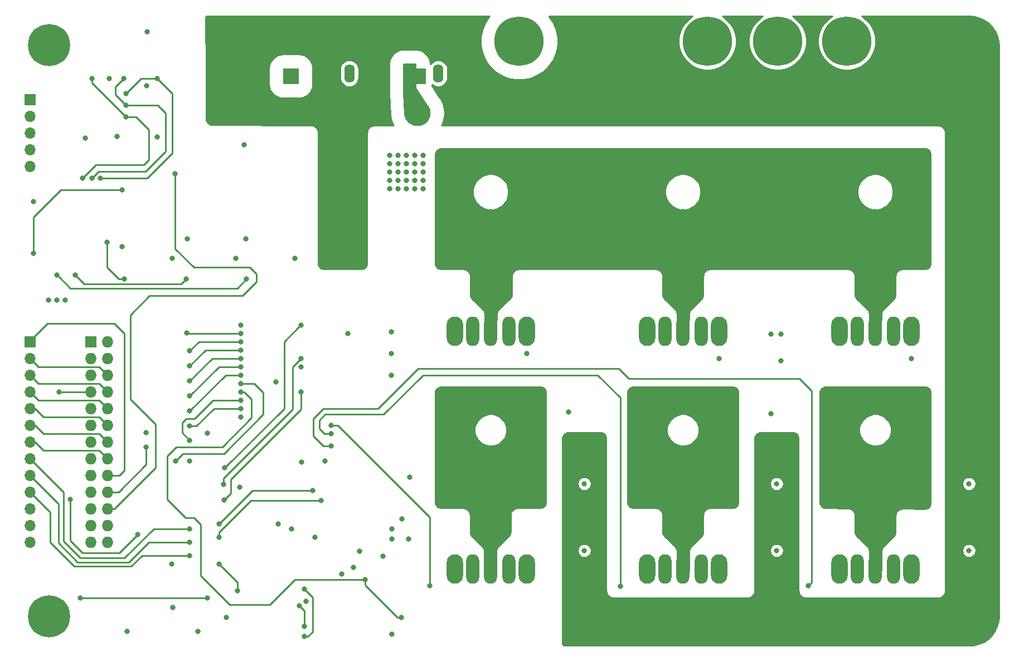
<source format=gbr>
G04 #@! TF.GenerationSoftware,KiCad,Pcbnew,(5.1.5)-3*
G04 #@! TF.CreationDate,2020-12-06T21:02:03-03:00*
G04 #@! TF.ProjectId,InversorPMSM,496e7665-7273-46f7-9250-4d534d2e6b69,rev?*
G04 #@! TF.SameCoordinates,Original*
G04 #@! TF.FileFunction,Copper,L4,Bot*
G04 #@! TF.FilePolarity,Positive*
%FSLAX46Y46*%
G04 Gerber Fmt 4.6, Leading zero omitted, Abs format (unit mm)*
G04 Created by KiCad (PCBNEW (5.1.5)-3) date 2020-12-06 21:02:03*
%MOMM*%
%LPD*%
G04 APERTURE LIST*
%ADD10O,1.600000X2.800000*%
%ADD11C,2.200000*%
%ADD12C,0.150000*%
%ADD13C,2.400000*%
%ADD14R,2.400000X2.400000*%
%ADD15O,1.700000X1.700000*%
%ADD16R,1.700000X1.700000*%
%ADD17C,0.800000*%
%ADD18C,7.500000*%
%ADD19C,6.400000*%
%ADD20O,1.727200X1.727200*%
%ADD21R,1.727200X1.727200*%
%ADD22O,2.000000X4.500000*%
%ADD23O,2.500000X4.500000*%
%ADD24C,2.500000*%
%ADD25C,0.250000*%
%ADD26C,0.254000*%
G04 APERTURE END LIST*
D10*
X147847000Y-68422000D03*
X134347000Y-68422000D03*
D11*
X138557000Y-71247000D03*
X143637000Y-71247000D03*
G04 #@! TA.AperFunction,ComponentPad*
D12*
G36*
X139606755Y-66943461D02*
G01*
X139616134Y-66946306D01*
X139624779Y-66950927D01*
X139632355Y-66957145D01*
X139638573Y-66964721D01*
X139643194Y-66973366D01*
X139646039Y-66982745D01*
X139647000Y-66992500D01*
X139647000Y-71247000D01*
X139646280Y-71254304D01*
X139648974Y-71261058D01*
X139650760Y-71270695D01*
X139650880Y-71277399D01*
X139495940Y-74424459D01*
X139494591Y-74433541D01*
X139494591Y-74520135D01*
X139475353Y-74715461D01*
X139437063Y-74907960D01*
X139380088Y-75095780D01*
X139304979Y-75277110D01*
X139212457Y-75450205D01*
X139103415Y-75613399D01*
X138978902Y-75765118D01*
X138840118Y-75903902D01*
X138688399Y-76028415D01*
X138525205Y-76137457D01*
X138352110Y-76229979D01*
X138170780Y-76305088D01*
X137982960Y-76362063D01*
X137790461Y-76400353D01*
X137595135Y-76419591D01*
X137398865Y-76419591D01*
X137203539Y-76400353D01*
X137011040Y-76362063D01*
X136823220Y-76305088D01*
X136641890Y-76229979D01*
X136468795Y-76137457D01*
X136305601Y-76028415D01*
X136153882Y-75903902D01*
X136015098Y-75765118D01*
X135890585Y-75613399D01*
X135781543Y-75450205D01*
X135689021Y-75277110D01*
X135613912Y-75095780D01*
X135556937Y-74907960D01*
X135518647Y-74715461D01*
X135499409Y-74520135D01*
X135499409Y-74323865D01*
X135518647Y-74128539D01*
X135556937Y-73936040D01*
X135613912Y-73748220D01*
X135689021Y-73566890D01*
X135715688Y-73517000D01*
X135715833Y-73516408D01*
X135721546Y-73505043D01*
X135724116Y-73501232D01*
X135781543Y-73393795D01*
X135890585Y-73230601D01*
X135980640Y-73120869D01*
X137563046Y-70774543D01*
X137569297Y-70766993D01*
X137576901Y-70760807D01*
X137588689Y-70755066D01*
X137664860Y-70729676D01*
X137664860Y-66992500D01*
X137665821Y-66982745D01*
X137668666Y-66973366D01*
X137673287Y-66964721D01*
X137679505Y-66957145D01*
X137687081Y-66950927D01*
X137695726Y-66946306D01*
X137705105Y-66943461D01*
X137714860Y-66942500D01*
X139597000Y-66942500D01*
X139606755Y-66943461D01*
G37*
G04 #@! TD.AperFunction*
G04 #@! TA.AperFunction,ComponentPad*
G36*
X144472255Y-66943461D02*
G01*
X144481634Y-66946306D01*
X144490279Y-66950927D01*
X144497855Y-66957145D01*
X144504073Y-66964721D01*
X144508694Y-66973366D01*
X144511539Y-66982745D01*
X144512500Y-66992500D01*
X144512500Y-70616432D01*
X144531195Y-70632975D01*
X144539543Y-70642506D01*
X146179298Y-73079365D01*
X146303415Y-73230601D01*
X146412457Y-73393795D01*
X146504979Y-73566890D01*
X146580088Y-73748220D01*
X146637063Y-73936040D01*
X146675353Y-74128539D01*
X146694591Y-74323865D01*
X146694591Y-74520135D01*
X146675353Y-74715461D01*
X146637063Y-74907960D01*
X146580088Y-75095780D01*
X146504979Y-75277110D01*
X146412457Y-75450205D01*
X146303415Y-75613399D01*
X146178902Y-75765118D01*
X146040118Y-75903902D01*
X145888399Y-76028415D01*
X145725205Y-76137457D01*
X145552110Y-76229979D01*
X145370780Y-76305088D01*
X145182960Y-76362063D01*
X144990461Y-76400353D01*
X144795135Y-76419591D01*
X144598865Y-76419591D01*
X144403539Y-76400353D01*
X144211040Y-76362063D01*
X144023220Y-76305088D01*
X143841890Y-76229979D01*
X143668795Y-76137457D01*
X143505601Y-76028415D01*
X143353882Y-75903902D01*
X143215098Y-75765118D01*
X143090585Y-75613399D01*
X142981543Y-75450205D01*
X142889021Y-75277110D01*
X142813912Y-75095780D01*
X142756937Y-74907960D01*
X142718647Y-74715461D01*
X142704661Y-74573463D01*
X142701931Y-74568434D01*
X142699025Y-74559073D01*
X142698058Y-74551411D01*
X142539944Y-71276188D01*
X142538787Y-71274779D01*
X142534166Y-71266134D01*
X142531321Y-71256755D01*
X142530360Y-71247000D01*
X142530360Y-66992500D01*
X142531321Y-66982745D01*
X142534166Y-66973366D01*
X142538787Y-66964721D01*
X142545005Y-66957145D01*
X142552581Y-66950927D01*
X142561226Y-66946306D01*
X142570605Y-66943461D01*
X142580360Y-66942500D01*
X144462500Y-66942500D01*
X144472255Y-66943461D01*
G37*
G04 #@! TD.AperFunction*
D13*
X137280000Y-68834000D03*
D14*
X144780000Y-68834000D03*
D15*
X85852000Y-139700000D03*
X85852000Y-137160000D03*
X85852000Y-134620000D03*
X85852000Y-132080000D03*
X85852000Y-129540000D03*
X85852000Y-127000000D03*
X85852000Y-124460000D03*
X85852000Y-121920000D03*
X85852000Y-119380000D03*
X85852000Y-116840000D03*
X85852000Y-114300000D03*
X85852000Y-111760000D03*
D16*
X85852000Y-109220000D03*
D17*
X211836000Y-61595000D03*
X209931000Y-60706000D03*
X208026000Y-61595000D03*
X207264000Y-63500000D03*
X208026000Y-65405000D03*
X209931000Y-66294000D03*
X211836000Y-65405000D03*
X212725000Y-63500000D03*
D18*
X209931000Y-63500000D03*
D17*
X201295000Y-61595000D03*
X199390000Y-60706000D03*
X197485000Y-61595000D03*
X196723000Y-63500000D03*
X197485000Y-65405000D03*
X199390000Y-66294000D03*
X201295000Y-65405000D03*
X202184000Y-63500000D03*
D18*
X199390000Y-63500000D03*
D17*
X174117000Y-61595000D03*
X172212000Y-60706000D03*
X170307000Y-61595000D03*
X169545000Y-63500000D03*
X170307000Y-65405000D03*
X172212000Y-66294000D03*
X174117000Y-65405000D03*
X175006000Y-63500000D03*
D18*
X172212000Y-63500000D03*
D17*
X190627000Y-61595000D03*
X188722000Y-60706000D03*
X186817000Y-61595000D03*
X186055000Y-63500000D03*
X186817000Y-65405000D03*
X188722000Y-66294000D03*
X190627000Y-65405000D03*
X191516000Y-63500000D03*
D18*
X188722000Y-63500000D03*
D17*
X162052000Y-61595000D03*
X160147000Y-60706000D03*
X158242000Y-61595000D03*
X157480000Y-63500000D03*
X158242000Y-65405000D03*
X160147000Y-66294000D03*
X162052000Y-65405000D03*
X162941000Y-63500000D03*
D18*
X160147000Y-63500000D03*
D14*
X125476000Y-68834000D03*
D13*
X117976000Y-68834000D03*
D15*
X85852000Y-82550000D03*
X85852000Y-80010000D03*
X85852000Y-77470000D03*
X85852000Y-74930000D03*
D16*
X85852000Y-72390000D03*
D17*
X90470056Y-149305944D03*
X88773000Y-148603000D03*
X87075944Y-149305944D03*
X86373000Y-151003000D03*
X87075944Y-152700056D03*
X88773000Y-153403000D03*
X90470056Y-152700056D03*
X91173000Y-151003000D03*
D19*
X88773000Y-151003000D03*
D17*
X90470056Y-62437944D03*
X88773000Y-61735000D03*
X87075944Y-62437944D03*
X86373000Y-64135000D03*
X87075944Y-65832056D03*
X88773000Y-66535000D03*
X90470056Y-65832056D03*
X91173000Y-64135000D03*
D19*
X88773000Y-64135000D03*
D17*
X230297056Y-62437944D03*
X228600000Y-61735000D03*
X226902944Y-62437944D03*
X226200000Y-64135000D03*
X226902944Y-65832056D03*
X228600000Y-66535000D03*
X230297056Y-65832056D03*
X231000000Y-64135000D03*
D19*
X228600000Y-64135000D03*
D17*
X230297056Y-149305944D03*
X228600000Y-148603000D03*
X226902944Y-149305944D03*
X226200000Y-151003000D03*
X226902944Y-152700056D03*
X228600000Y-153403000D03*
X230297056Y-152700056D03*
X231000000Y-151003000D03*
D19*
X228600000Y-151003000D03*
D20*
X97663000Y-139700000D03*
X95123000Y-139700000D03*
X97663000Y-137160000D03*
X95123000Y-137160000D03*
X97663000Y-134620000D03*
X95123000Y-134620000D03*
X97663000Y-132080000D03*
X95123000Y-132080000D03*
X97663000Y-129540000D03*
X95123000Y-129540000D03*
X97663000Y-127000000D03*
X95123000Y-127000000D03*
X97663000Y-124460000D03*
X95123000Y-124460000D03*
X97663000Y-121920000D03*
X95123000Y-121920000D03*
X97663000Y-119380000D03*
X95123000Y-119380000D03*
X97663000Y-116840000D03*
X95123000Y-116840000D03*
X97663000Y-114300000D03*
X95123000Y-114300000D03*
X97663000Y-111760000D03*
X95123000Y-111760000D03*
X97663000Y-109220000D03*
D21*
X95123000Y-109220000D03*
D22*
X216989000Y-143811500D03*
X211509000Y-143811500D03*
D23*
X208788000Y-143811500D03*
D22*
X214238000Y-143811500D03*
D23*
X219688000Y-143811500D03*
D22*
X216989000Y-107616500D03*
X211509000Y-107616500D03*
D23*
X208788000Y-107616500D03*
D22*
X214238000Y-107616500D03*
D23*
X219688000Y-107616500D03*
D22*
X187779000Y-143811500D03*
X182299000Y-143811500D03*
D23*
X179578000Y-143811500D03*
D22*
X185028000Y-143811500D03*
D23*
X190478000Y-143811500D03*
D22*
X187779000Y-107616500D03*
X182299000Y-107616500D03*
D23*
X179578000Y-107616500D03*
D22*
X185028000Y-107616500D03*
D23*
X190478000Y-107616500D03*
D22*
X158569000Y-143811500D03*
X153089000Y-143811500D03*
D23*
X150368000Y-143811500D03*
D22*
X155818000Y-143811500D03*
D23*
X161268000Y-143811500D03*
D22*
X158569000Y-107616500D03*
X153089000Y-107616500D03*
D23*
X150368000Y-107616500D03*
D22*
X155818000Y-107616500D03*
D23*
X161268000Y-107616500D03*
D17*
X125603000Y-137668000D03*
X115380000Y-128397000D03*
X127000000Y-106680000D03*
X115284500Y-130905500D03*
X127000000Y-111760000D03*
X115316000Y-133287000D03*
X127000000Y-116840000D03*
X158877000Y-97028000D03*
X157353000Y-97028000D03*
X155829000Y-97028000D03*
X154305000Y-97028000D03*
X149733000Y-97028000D03*
X152781000Y-97028000D03*
X151257000Y-97028000D03*
X160401000Y-97028000D03*
X161925000Y-97028000D03*
X152781000Y-95504000D03*
X155829000Y-95504000D03*
X157353000Y-95504000D03*
X158877000Y-95504000D03*
X151257000Y-95504000D03*
X149733000Y-95504000D03*
X154305000Y-95504000D03*
X160401000Y-95504000D03*
X161925000Y-95504000D03*
X152781000Y-93980000D03*
X157353000Y-93980000D03*
X158877000Y-93980000D03*
X151257000Y-93980000D03*
X161925000Y-93980000D03*
X154305000Y-93980000D03*
X155829000Y-93980000D03*
X160401000Y-93980000D03*
X149733000Y-93980000D03*
X157353000Y-92456000D03*
X155829000Y-92456000D03*
X154305000Y-92456000D03*
X160401000Y-92456000D03*
X158877000Y-92456000D03*
X152781000Y-92456000D03*
X161925000Y-92456000D03*
X151257000Y-92456000D03*
X149733000Y-92456000D03*
X152781000Y-90932000D03*
X161925000Y-90932000D03*
X160401000Y-90932000D03*
X155829000Y-90932000D03*
X149733000Y-90932000D03*
X151257000Y-90932000D03*
X157353000Y-90932000D03*
X158877000Y-90932000D03*
X154305000Y-90932000D03*
X151257000Y-89408000D03*
X154305000Y-89408000D03*
X155829000Y-89408000D03*
X157353000Y-89408000D03*
X149733000Y-89408000D03*
X158877000Y-89408000D03*
X160401000Y-89408000D03*
X161925000Y-89408000D03*
X152781000Y-89408000D03*
X161925000Y-87884000D03*
X158877000Y-87884000D03*
X152781000Y-87884000D03*
X149733000Y-87884000D03*
X151257000Y-87884000D03*
X160401000Y-87884000D03*
X152781000Y-86360000D03*
X151257000Y-86360000D03*
X149733000Y-86360000D03*
X161925000Y-86360000D03*
X158877000Y-86360000D03*
X160401000Y-86360000D03*
X149733000Y-84836000D03*
X151257000Y-84836000D03*
X158877000Y-84836000D03*
X161925000Y-84836000D03*
X160401000Y-84836000D03*
X152781000Y-84836000D03*
X158877000Y-83312000D03*
X152781000Y-83312000D03*
X149733000Y-83312000D03*
X160401000Y-83312000D03*
X151257000Y-83312000D03*
X161925000Y-83312000D03*
X157353000Y-83312000D03*
X154305000Y-83312000D03*
X155829000Y-83312000D03*
X158877000Y-81788000D03*
X152781000Y-81788000D03*
X154305000Y-81788000D03*
X149733000Y-81788000D03*
X160401000Y-81788000D03*
X151257000Y-81788000D03*
X155829000Y-81788000D03*
X157353000Y-81788000D03*
X161925000Y-81788000D03*
X181991000Y-97028000D03*
X185039000Y-97028000D03*
X186563000Y-97028000D03*
X188087000Y-97028000D03*
X180467000Y-97028000D03*
X178943000Y-97028000D03*
X183515000Y-97028000D03*
X189611000Y-97028000D03*
X191135000Y-97028000D03*
X181991000Y-95504000D03*
X186563000Y-95504000D03*
X186563000Y-93980000D03*
X185039000Y-93980000D03*
X188087000Y-95504000D03*
X183515000Y-93980000D03*
X189611000Y-93980000D03*
X188087000Y-93980000D03*
X181991000Y-93980000D03*
X180467000Y-95504000D03*
X191135000Y-95504000D03*
X183515000Y-95504000D03*
X191135000Y-93980000D03*
X180467000Y-93980000D03*
X185039000Y-95504000D03*
X178943000Y-93980000D03*
X189611000Y-95504000D03*
X178943000Y-95504000D03*
X191135000Y-89408000D03*
X181991000Y-92456000D03*
X186563000Y-89408000D03*
X188087000Y-89408000D03*
X180467000Y-90932000D03*
X183515000Y-90932000D03*
X191135000Y-92456000D03*
X185039000Y-90932000D03*
X181991000Y-89408000D03*
X189611000Y-92456000D03*
X186563000Y-90932000D03*
X183515000Y-89408000D03*
X178943000Y-89408000D03*
X178943000Y-90932000D03*
X188087000Y-90932000D03*
X185039000Y-92456000D03*
X180467000Y-89408000D03*
X189611000Y-89408000D03*
X185039000Y-89408000D03*
X178943000Y-92456000D03*
X180467000Y-92456000D03*
X189611000Y-90932000D03*
X191135000Y-90932000D03*
X186563000Y-92456000D03*
X181991000Y-90932000D03*
X188087000Y-92456000D03*
X183515000Y-92456000D03*
X188087000Y-84836000D03*
X188087000Y-83312000D03*
X178943000Y-86360000D03*
X181991000Y-87884000D03*
X181991000Y-84836000D03*
X181991000Y-83312000D03*
X178943000Y-84836000D03*
X183515000Y-83312000D03*
X178943000Y-83312000D03*
X189611000Y-83312000D03*
X180467000Y-87884000D03*
X180467000Y-83312000D03*
X178943000Y-87884000D03*
X185039000Y-83312000D03*
X191135000Y-87884000D03*
X180467000Y-86360000D03*
X189611000Y-84836000D03*
X180467000Y-84836000D03*
X186563000Y-83312000D03*
X188087000Y-86360000D03*
X188087000Y-87884000D03*
X191135000Y-84836000D03*
X191135000Y-86360000D03*
X189611000Y-86360000D03*
X191135000Y-83312000D03*
X181991000Y-86360000D03*
X189611000Y-87884000D03*
X185039000Y-81788000D03*
X186563000Y-81788000D03*
X178943000Y-81788000D03*
X183515000Y-81788000D03*
X189611000Y-81788000D03*
X180467000Y-81788000D03*
X188087000Y-81788000D03*
X181991000Y-81788000D03*
X191135000Y-81788000D03*
X211201000Y-97028000D03*
X214249000Y-97028000D03*
X215773000Y-97028000D03*
X217297000Y-97028000D03*
X209677000Y-97028000D03*
X208153000Y-97028000D03*
X212725000Y-97028000D03*
X218821000Y-97028000D03*
X220345000Y-97028000D03*
X211201000Y-95504000D03*
X215773000Y-95504000D03*
X215773000Y-93980000D03*
X214249000Y-93980000D03*
X217297000Y-95504000D03*
X212725000Y-93980000D03*
X218821000Y-93980000D03*
X217297000Y-93980000D03*
X211201000Y-93980000D03*
X209677000Y-95504000D03*
X220345000Y-95504000D03*
X212725000Y-95504000D03*
X220345000Y-93980000D03*
X209677000Y-93980000D03*
X214249000Y-95504000D03*
X208153000Y-93980000D03*
X218821000Y-95504000D03*
X208153000Y-95504000D03*
X220345000Y-89408000D03*
X211201000Y-92456000D03*
X215773000Y-89408000D03*
X217297000Y-89408000D03*
X209677000Y-90932000D03*
X212725000Y-90932000D03*
X220345000Y-92456000D03*
X214249000Y-90932000D03*
X211201000Y-89408000D03*
X218821000Y-92456000D03*
X215773000Y-90932000D03*
X212725000Y-89408000D03*
X208153000Y-89408000D03*
X208153000Y-90932000D03*
X217297000Y-90932000D03*
X214249000Y-92456000D03*
X209677000Y-89408000D03*
X218821000Y-89408000D03*
X214249000Y-89408000D03*
X208153000Y-92456000D03*
X209677000Y-92456000D03*
X218821000Y-90932000D03*
X220345000Y-90932000D03*
X215773000Y-92456000D03*
X211201000Y-90932000D03*
X217297000Y-92456000D03*
X212725000Y-92456000D03*
X217297000Y-84836000D03*
X217297000Y-83312000D03*
X208153000Y-86360000D03*
X211201000Y-87884000D03*
X211201000Y-84836000D03*
X211201000Y-83312000D03*
X208153000Y-84836000D03*
X212725000Y-83312000D03*
X208153000Y-83312000D03*
X218821000Y-83312000D03*
X209677000Y-87884000D03*
X209677000Y-83312000D03*
X208153000Y-87884000D03*
X214249000Y-83312000D03*
X220345000Y-87884000D03*
X209677000Y-86360000D03*
X218821000Y-84836000D03*
X209677000Y-84836000D03*
X215773000Y-83312000D03*
X217297000Y-86360000D03*
X217297000Y-87884000D03*
X220345000Y-84836000D03*
X220345000Y-86360000D03*
X218821000Y-86360000D03*
X220345000Y-83312000D03*
X211201000Y-86360000D03*
X218821000Y-87884000D03*
X214249000Y-81788000D03*
X215773000Y-81788000D03*
X208153000Y-81788000D03*
X212725000Y-81788000D03*
X218821000Y-81788000D03*
X209677000Y-81788000D03*
X217297000Y-81788000D03*
X211201000Y-81788000D03*
X220345000Y-81788000D03*
X170053000Y-140970000D03*
X199263000Y-140970000D03*
X228473000Y-140970000D03*
X170053000Y-130810000D03*
X170053000Y-128270000D03*
X199263000Y-128270000D03*
X228473000Y-128270000D03*
X228473000Y-130810000D03*
D24*
X199263000Y-126238000D03*
X170053000Y-126238000D03*
X228473000Y-126238000D03*
D17*
X123571000Y-136906000D03*
X127508000Y-154051000D03*
X127508000Y-146812000D03*
X127508000Y-152527000D03*
X126746000Y-149352000D03*
X212725000Y-131572000D03*
X211201000Y-131572000D03*
X214249000Y-131572000D03*
X215773000Y-131572000D03*
X218821000Y-131572000D03*
X209677000Y-131572000D03*
X217297000Y-131572000D03*
X220472000Y-131572000D03*
X208026000Y-131572000D03*
X217297000Y-119380000D03*
X211201000Y-119380000D03*
X218821000Y-119380000D03*
X208026000Y-119380000D03*
X209677000Y-119380000D03*
X220472000Y-119380000D03*
X218821000Y-117856000D03*
X217297000Y-117856000D03*
X211201000Y-117856000D03*
X209677000Y-117856000D03*
X208026000Y-117856000D03*
X220472000Y-117856000D03*
X209677000Y-133096000D03*
X217297000Y-133096000D03*
X208026000Y-133096000D03*
X218821000Y-133096000D03*
X220472000Y-133096000D03*
X212725000Y-133096000D03*
X214249000Y-133096000D03*
X211201000Y-133096000D03*
X215773000Y-133096000D03*
X211201000Y-130048000D03*
X212725000Y-130048000D03*
X215773000Y-130048000D03*
X214249000Y-130048000D03*
X220472000Y-130048000D03*
X217297000Y-130048000D03*
X209677000Y-130048000D03*
X208026000Y-130048000D03*
X218821000Y-130048000D03*
X209677000Y-128524000D03*
X217297000Y-128524000D03*
X220472000Y-128524000D03*
X208026000Y-128524000D03*
X211201000Y-128524000D03*
X218821000Y-128524000D03*
X212725000Y-128524000D03*
X215773000Y-128524000D03*
X214249000Y-128524000D03*
X217297000Y-127000000D03*
X214249000Y-127000000D03*
X211201000Y-127000000D03*
X212725000Y-127000000D03*
X208026000Y-127000000D03*
X220472000Y-127000000D03*
X215773000Y-127000000D03*
X218821000Y-127000000D03*
X209677000Y-127000000D03*
X215773000Y-125476000D03*
X211201000Y-125476000D03*
X208026000Y-125476000D03*
X218821000Y-125476000D03*
X209677000Y-125476000D03*
X217297000Y-125476000D03*
X220472000Y-125476000D03*
X214249000Y-125476000D03*
X212725000Y-125476000D03*
X208026000Y-123952000D03*
X211201000Y-123952000D03*
X218821000Y-123952000D03*
X217297000Y-123952000D03*
X209677000Y-123952000D03*
X220472000Y-123952000D03*
X208026000Y-122428000D03*
X217297000Y-122428000D03*
X209677000Y-122428000D03*
X117094000Y-96520000D03*
X126110992Y-96520000D03*
X107442000Y-96520000D03*
X86360000Y-87884000D03*
X198374000Y-108077000D03*
X130810000Y-85979000D03*
X140462000Y-82169000D03*
X145542000Y-83439000D03*
X141732000Y-84709000D03*
X143002000Y-82169000D03*
X144272000Y-83439000D03*
X141732000Y-83439000D03*
X140462000Y-85979000D03*
X141732000Y-82169000D03*
X144272000Y-85979000D03*
X145542000Y-82169000D03*
X145542000Y-85979000D03*
X144272000Y-82169000D03*
X145542000Y-84709000D03*
X143002000Y-85979000D03*
X143002000Y-84709000D03*
X141732000Y-85979000D03*
X140462000Y-83439000D03*
X140462000Y-84709000D03*
X144272000Y-84709000D03*
X143002000Y-83439000D03*
X140462000Y-80899000D03*
X141732000Y-80899000D03*
X144272000Y-80899000D03*
X143002000Y-80899000D03*
X145542000Y-80899000D03*
X107416500Y-143027500D03*
X100584000Y-153289000D03*
X97917000Y-69215000D03*
X118364000Y-79248000D03*
X117856000Y-107950000D03*
X109634952Y-107856952D03*
X110109000Y-110617000D03*
X117856000Y-109220000D03*
X110109000Y-112903000D03*
X117856000Y-110490000D03*
X110109000Y-115189000D03*
X117856000Y-111760000D03*
X110109000Y-117475000D03*
X117856000Y-113030000D03*
X110109000Y-119761000D03*
X117856000Y-114300000D03*
X107905500Y-83648500D03*
X107583000Y-149620000D03*
X94234000Y-78232000D03*
X99060000Y-77978000D03*
X103632000Y-62103000D03*
X109768000Y-93599000D03*
X99822000Y-94742000D03*
X112776000Y-148209000D03*
X93472000Y-148209000D03*
X118618000Y-93599000D03*
X103530500Y-70256500D03*
X110109000Y-127381000D03*
X135001000Y-143510000D03*
X129159000Y-138938000D03*
X130683000Y-127381000D03*
X114554000Y-136906000D03*
X128778000Y-131826000D03*
X114554000Y-138938000D03*
X117348000Y-147066000D03*
X220472000Y-122428000D03*
X211201000Y-122428000D03*
X218821000Y-122428000D03*
X211201000Y-120904000D03*
X217297000Y-120904000D03*
X220472000Y-120904000D03*
X209677000Y-120904000D03*
X218821000Y-120904000D03*
X208026000Y-120904000D03*
X181991000Y-131572000D03*
X186563000Y-131572000D03*
X188087000Y-131572000D03*
X180467000Y-131572000D03*
X191135000Y-131572000D03*
X183515000Y-131572000D03*
X185039000Y-131572000D03*
X189611000Y-131572000D03*
X178943000Y-131572000D03*
X188087000Y-119380000D03*
X181991000Y-119380000D03*
X183515000Y-119380000D03*
X178943000Y-119380000D03*
X189611000Y-119380000D03*
X180467000Y-119380000D03*
X185039000Y-119380000D03*
X186563000Y-119380000D03*
X191135000Y-119380000D03*
X185039000Y-117856000D03*
X186563000Y-117856000D03*
X178943000Y-117856000D03*
X183515000Y-117856000D03*
X189611000Y-117856000D03*
X180467000Y-117856000D03*
X188087000Y-117856000D03*
X181991000Y-117856000D03*
X191135000Y-117856000D03*
X181991000Y-120904000D03*
X178943000Y-120904000D03*
X188087000Y-120904000D03*
X180467000Y-120904000D03*
X189611000Y-120904000D03*
X191135000Y-120904000D03*
X191135000Y-122428000D03*
X189611000Y-122428000D03*
X180467000Y-122428000D03*
X188087000Y-122428000D03*
X183515000Y-125476000D03*
X186563000Y-125476000D03*
X185039000Y-125476000D03*
X178943000Y-122428000D03*
X181991000Y-122428000D03*
X180467000Y-123952000D03*
X178943000Y-123952000D03*
X189611000Y-123952000D03*
X191135000Y-123952000D03*
X181991000Y-123952000D03*
X188087000Y-123952000D03*
X191135000Y-125476000D03*
X178943000Y-125476000D03*
X181991000Y-125476000D03*
X189611000Y-125476000D03*
X180467000Y-125476000D03*
X188087000Y-125476000D03*
X186563000Y-127000000D03*
X188087000Y-127000000D03*
X178943000Y-127000000D03*
X189611000Y-127000000D03*
X180467000Y-127000000D03*
X185039000Y-127000000D03*
X191135000Y-127000000D03*
X183515000Y-127000000D03*
X181991000Y-127000000D03*
X186563000Y-128524000D03*
X181991000Y-128524000D03*
X185039000Y-128524000D03*
X183515000Y-128524000D03*
X191135000Y-128524000D03*
X188087000Y-128524000D03*
X189611000Y-128524000D03*
X178943000Y-128524000D03*
X180467000Y-128524000D03*
X186563000Y-130048000D03*
X191135000Y-130048000D03*
X180467000Y-130048000D03*
X185039000Y-130048000D03*
X178943000Y-130048000D03*
X189611000Y-130048000D03*
X183515000Y-130048000D03*
X181991000Y-130048000D03*
X188087000Y-130048000D03*
X183515000Y-133096000D03*
X191135000Y-133096000D03*
X178943000Y-133096000D03*
X185039000Y-133096000D03*
X186563000Y-133096000D03*
X180467000Y-133096000D03*
X181991000Y-133096000D03*
X189611000Y-133096000D03*
X188087000Y-133096000D03*
X161925000Y-127000000D03*
X152781000Y-125476000D03*
X151257000Y-127000000D03*
X149733000Y-127000000D03*
X158877000Y-131572000D03*
X157353000Y-125476000D03*
X160401000Y-125476000D03*
X154305000Y-130048000D03*
X155829000Y-125476000D03*
X149733000Y-128524000D03*
X155829000Y-127000000D03*
X160401000Y-133096000D03*
X152781000Y-130048000D03*
X160401000Y-131572000D03*
X157353000Y-131572000D03*
X157353000Y-128524000D03*
X154305000Y-133096000D03*
X152781000Y-133096000D03*
X152781000Y-128524000D03*
X158877000Y-133096000D03*
X151257000Y-131572000D03*
X158877000Y-125476000D03*
X160401000Y-128524000D03*
X161925000Y-133096000D03*
X151257000Y-125476000D03*
X158877000Y-128524000D03*
X160401000Y-130048000D03*
X154305000Y-128524000D03*
X158877000Y-120904000D03*
X158877000Y-130048000D03*
X151257000Y-128524000D03*
X158877000Y-119380000D03*
X154305000Y-131572000D03*
X161925000Y-130048000D03*
X155829000Y-133096000D03*
X151257000Y-130048000D03*
X152781000Y-127000000D03*
X157353000Y-127000000D03*
X149733000Y-122428000D03*
X152781000Y-123952000D03*
X157353000Y-130048000D03*
X155829000Y-130048000D03*
X152781000Y-120904000D03*
X161925000Y-131572000D03*
X157353000Y-133096000D03*
X154305000Y-127000000D03*
X149733000Y-130048000D03*
X152781000Y-119380000D03*
X151257000Y-133096000D03*
X149733000Y-125476000D03*
X149733000Y-133096000D03*
X161925000Y-125476000D03*
X152781000Y-131572000D03*
X154305000Y-125476000D03*
X149733000Y-120904000D03*
X149733000Y-131572000D03*
X161925000Y-128524000D03*
X155829000Y-131572000D03*
X158877000Y-127000000D03*
X160401000Y-127000000D03*
X155829000Y-128524000D03*
X155829000Y-119380000D03*
X149733000Y-119380000D03*
X157353000Y-117856000D03*
X152781000Y-117856000D03*
X160401000Y-119380000D03*
X154305000Y-117856000D03*
X161925000Y-123952000D03*
X151257000Y-123952000D03*
X161925000Y-117856000D03*
X157353000Y-119380000D03*
X160401000Y-123952000D03*
X158877000Y-122428000D03*
X155829000Y-117856000D03*
X160401000Y-120904000D03*
X151257000Y-119380000D03*
X152781000Y-122428000D03*
X149733000Y-123952000D03*
X151257000Y-120904000D03*
X160401000Y-122428000D03*
X158877000Y-117856000D03*
X158877000Y-123952000D03*
X151257000Y-117856000D03*
X161925000Y-119380000D03*
X149733000Y-117856000D03*
X161925000Y-122428000D03*
X151257000Y-122428000D03*
X154305000Y-119380000D03*
X161925000Y-120904000D03*
X160401000Y-117856000D03*
X117856000Y-106680000D03*
X105156000Y-78105000D03*
X110109000Y-122047000D03*
X100457000Y-75057000D03*
X95250000Y-69215000D03*
X93853000Y-84328000D03*
X130048000Y-133350000D03*
X114553996Y-143002000D03*
X215773000Y-119380000D03*
X212725000Y-117856000D03*
X215773000Y-117856000D03*
X214249000Y-119380000D03*
X214249000Y-117856000D03*
X212725000Y-119380000D03*
X219710000Y-111760000D03*
X190500000Y-111760000D03*
X161290000Y-110998000D03*
X103505000Y-123063000D03*
X103505000Y-125222000D03*
X117856000Y-116840000D03*
X136779000Y-145415000D03*
X142240000Y-151130000D03*
X91186000Y-102870000D03*
X89916000Y-102870000D03*
X88646000Y-102870000D03*
X100457000Y-73279000D03*
X100076000Y-69215000D03*
X95250000Y-84328000D03*
X100457000Y-71501000D03*
X105156000Y-69215000D03*
X96520000Y-84328000D03*
X100203000Y-99695004D03*
X97536000Y-94107000D03*
X92710000Y-99060000D03*
X109601000Y-99695000D03*
X118745000Y-99695000D03*
X89916000Y-99060006D03*
X86360000Y-95758000D03*
X99822000Y-86106000D03*
X110109000Y-124206000D03*
X117856000Y-118110000D03*
X117856000Y-115570000D03*
X107953750Y-127377250D03*
X117856000Y-119380000D03*
X134112000Y-107950000D03*
X143510000Y-129794000D03*
X146558000Y-146304000D03*
X131572000Y-121920000D03*
X127000000Y-113030000D03*
X167640000Y-119888000D03*
X131572000Y-123190000D03*
X175514000Y-146431000D03*
X198374000Y-120142000D03*
X123190000Y-115316000D03*
X131572000Y-125095000D03*
X204089000Y-146304000D03*
X171069000Y-128270000D03*
X172085000Y-128270000D03*
X172085000Y-127254000D03*
X172085000Y-126238000D03*
X172085000Y-125222000D03*
X172085000Y-124206000D03*
X171069000Y-124206000D03*
X170053000Y-124206000D03*
X169037000Y-124206000D03*
X168021000Y-124206000D03*
X168021000Y-125222000D03*
X168021000Y-126238000D03*
X169037000Y-125222000D03*
X171069000Y-125222000D03*
X171069000Y-127254000D03*
X169037000Y-127254000D03*
X168021000Y-127254000D03*
X168021000Y-128270000D03*
X169037000Y-128270000D03*
X229489000Y-128270000D03*
X230505000Y-128270000D03*
X230505000Y-127254000D03*
X230505000Y-126238000D03*
X230505000Y-125222000D03*
X230505000Y-124206000D03*
X229489000Y-124206000D03*
X228473000Y-124206000D03*
X227457000Y-124206000D03*
X226441000Y-124206000D03*
X226441000Y-126238000D03*
X226441000Y-125222000D03*
X226441000Y-127254000D03*
X226441000Y-128270000D03*
X227457000Y-128270000D03*
X227457000Y-127254000D03*
X227457000Y-125222000D03*
X229489000Y-125222000D03*
X229489000Y-127254000D03*
X200279000Y-128270000D03*
X201295000Y-128270000D03*
X201295000Y-127254000D03*
X201295000Y-126238000D03*
X201295000Y-125222000D03*
X201295000Y-124206000D03*
X200279000Y-124206000D03*
X199263000Y-124206000D03*
X198247000Y-124206000D03*
X197231000Y-124206000D03*
X197231000Y-125222000D03*
X197231000Y-126238000D03*
X197231000Y-127254000D03*
X197231000Y-128270000D03*
X198247000Y-128270000D03*
X198247000Y-127254000D03*
X200279000Y-127254000D03*
X200279000Y-125222000D03*
X198247000Y-125222000D03*
X132080000Y-85979000D03*
X133350000Y-85979000D03*
X134620000Y-85979000D03*
X135890000Y-85979000D03*
X133350000Y-84709000D03*
X134620000Y-84709000D03*
X132080000Y-84709000D03*
X135890000Y-84709000D03*
X130810000Y-84709000D03*
X132080000Y-83439000D03*
X134620000Y-83439000D03*
X130810000Y-83439000D03*
X133350000Y-83439000D03*
X135890000Y-83439000D03*
X133350000Y-82169000D03*
X132080000Y-82169000D03*
X135890000Y-82169000D03*
X130810000Y-82169000D03*
X134620000Y-82169000D03*
X135890000Y-80899000D03*
X132080000Y-80899000D03*
X133350000Y-80899000D03*
X130810000Y-80899000D03*
X134620000Y-80899000D03*
X127762000Y-148717000D03*
X133223000Y-144526000D03*
X127127000Y-127508000D03*
X117856000Y-120650000D03*
X111379000Y-153289000D03*
X112801500Y-123164500D03*
X199263000Y-130810000D03*
X140843000Y-137668000D03*
X115697000Y-151130000D03*
X142367000Y-136144000D03*
X117729000Y-131318000D03*
X139446000Y-141859000D03*
X199898000Y-108077000D03*
X140716000Y-114300000D03*
X140716000Y-110998000D03*
X140716000Y-107696000D03*
X199898000Y-112141000D03*
X90297000Y-116840000D03*
X91948000Y-133223000D03*
X102235000Y-138557000D03*
X135890000Y-141097000D03*
X143383000Y-139192000D03*
X140843000Y-139192000D03*
X140843000Y-153670000D03*
X110109000Y-137668000D03*
X110109000Y-139700000D03*
X110109000Y-141732000D03*
D25*
X115443000Y-128397000D02*
X124460000Y-119380000D01*
X115380000Y-128397000D02*
X115443000Y-128397000D01*
X124460000Y-119380000D02*
X124460000Y-109220000D01*
X124460000Y-109220000D02*
X126600001Y-107079999D01*
X126600001Y-107079999D02*
X127000000Y-106680000D01*
X127000000Y-111760000D02*
X127000000Y-111760000D01*
X125730000Y-119507000D02*
X125730000Y-113030000D01*
X125730000Y-113030000D02*
X127000000Y-111760000D01*
X115284500Y-130905500D02*
X115284500Y-129952500D01*
X115284500Y-129952500D02*
X125730000Y-119507000D01*
X127000000Y-116840000D02*
X127000000Y-116840000D01*
X116332000Y-130175000D02*
X127000000Y-119507000D01*
X115316000Y-133287000D02*
X116332000Y-132271000D01*
X127000000Y-119507000D02*
X127000000Y-116840000D01*
X116332000Y-132271000D02*
X116332000Y-130175000D01*
X128073685Y-154051000D02*
X128778000Y-153346685D01*
X127508000Y-154051000D02*
X128073685Y-154051000D01*
X128778000Y-153346685D02*
X128778000Y-148082000D01*
X128778000Y-148082000D02*
X127508000Y-146812000D01*
X127508000Y-146812000D02*
X127508000Y-146812000D01*
X127508000Y-150114000D02*
X127508000Y-152527000D01*
X126746000Y-149352000D02*
X127508000Y-150114000D01*
X112464315Y-107950000D02*
X117856000Y-107950000D01*
X117856000Y-107950000D02*
X117856000Y-107950000D01*
X109728000Y-107950000D02*
X109634952Y-107856952D01*
X112522000Y-107950000D02*
X109728000Y-107950000D01*
X114046000Y-109220000D02*
X117856000Y-109220000D01*
X117856000Y-109220000D02*
X117856000Y-109220000D01*
X111506000Y-109220000D02*
X114046000Y-109220000D01*
X110109000Y-110617000D02*
X111506000Y-109220000D01*
X115062000Y-110490000D02*
X117856000Y-110490000D01*
X117856000Y-110490000D02*
X117856000Y-110490000D01*
X112522000Y-110490000D02*
X115062000Y-110490000D01*
X110109000Y-112903000D02*
X112522000Y-110490000D01*
X116078000Y-111760000D02*
X117856000Y-111760000D01*
X117856000Y-111760000D02*
X117856000Y-111760000D01*
X113538000Y-111760000D02*
X116078000Y-111760000D01*
X110109000Y-115189000D02*
X113538000Y-111760000D01*
X117856000Y-113030000D02*
X117856000Y-113030000D01*
X114554000Y-113030000D02*
X110109000Y-117475000D01*
X117856000Y-113030000D02*
X114554000Y-113030000D01*
X117856000Y-114300000D02*
X117856000Y-114300000D01*
X115570000Y-114300000D02*
X117856000Y-114300000D01*
X110109000Y-119761000D02*
X115570000Y-114300000D01*
X107905500Y-83648500D02*
X107905500Y-95078500D01*
X107905500Y-95078500D02*
X110744000Y-97917000D01*
X110744000Y-97917000D02*
X119253000Y-97917000D01*
X119253000Y-97917000D02*
X120269000Y-98933000D01*
X120269000Y-98933000D02*
X120269000Y-100076000D01*
X120269000Y-100076000D02*
X118110000Y-102235000D01*
X118110000Y-102235000D02*
X104013000Y-102235000D01*
X104013000Y-102235000D02*
X101092000Y-105156000D01*
X101092000Y-105156000D02*
X101092000Y-117983000D01*
X101092000Y-117983000D02*
X104902000Y-121793000D01*
X104902000Y-121793000D02*
X104902000Y-128397000D01*
X104902000Y-128397000D02*
X100838000Y-132461000D01*
X100838000Y-132461000D02*
X98679000Y-134620000D01*
X98679000Y-134620000D02*
X97536000Y-134620000D01*
X112776000Y-148209000D02*
X93472000Y-148209000D01*
X93472000Y-148209000D02*
X93472000Y-148209000D01*
X95250000Y-69850000D02*
X100457000Y-75057000D01*
X95250000Y-69215000D02*
X95250000Y-69850000D01*
X93853000Y-84328000D02*
X95885000Y-82296000D01*
X95885000Y-82296000D02*
X103124000Y-82296000D01*
X103124000Y-82296000D02*
X103886000Y-81534000D01*
X103886000Y-81534000D02*
X103886000Y-76962000D01*
X101981000Y-75057000D02*
X100457000Y-75057000D01*
X103886000Y-76962000D02*
X101981000Y-75057000D01*
X114554000Y-136906000D02*
X119634000Y-131826000D01*
X121412000Y-131826000D02*
X128778000Y-131826000D01*
X119634000Y-131826000D02*
X121412000Y-131826000D01*
X119380000Y-133350000D02*
X129482315Y-133350000D01*
X129482315Y-133350000D02*
X130048000Y-133350000D01*
X114554000Y-138938000D02*
X114554000Y-138176000D01*
X114554000Y-138176000D02*
X119380000Y-133350000D01*
X114554000Y-143002000D02*
X114553996Y-143002000D01*
X117348000Y-147066000D02*
X117348000Y-145796000D01*
X117348000Y-145796000D02*
X114554000Y-143002000D01*
X103505000Y-127889000D02*
X103505000Y-125222000D01*
X97663000Y-132080000D02*
X99314000Y-132080000D01*
X99314000Y-132080000D02*
X103505000Y-127889000D01*
X136779000Y-145415000D02*
X136779000Y-145415000D01*
X136779000Y-145980685D02*
X136779000Y-145415000D01*
X141674315Y-151130000D02*
X136779000Y-146234685D01*
X136779000Y-146234685D02*
X136779000Y-145980685D01*
X142240000Y-151130000D02*
X141674315Y-151130000D01*
X98806000Y-71628000D02*
X100457000Y-73279000D01*
X100076000Y-69215000D02*
X98806000Y-70485000D01*
X98806000Y-70485000D02*
X98806000Y-71628000D01*
X105283000Y-73279000D02*
X100457000Y-73279000D01*
X106426000Y-80264000D02*
X106426000Y-74422000D01*
X95250000Y-84328000D02*
X96266000Y-83312000D01*
X103378000Y-83312000D02*
X106426000Y-80264000D01*
X96266000Y-83312000D02*
X103378000Y-83312000D01*
X106426000Y-74422000D02*
X105283000Y-73279000D01*
X102743000Y-69215000D02*
X100457000Y-71501000D01*
X105156000Y-69215000D02*
X102743000Y-69215000D01*
X96520000Y-84328000D02*
X103632000Y-84328000D01*
X103632000Y-84328000D02*
X107442000Y-80518000D01*
X107442000Y-71501000D02*
X105156000Y-69215000D01*
X107442000Y-80518000D02*
X107442000Y-71501000D01*
X100203000Y-99695004D02*
X99314004Y-99695004D01*
X97536000Y-94107000D02*
X97536000Y-93980000D01*
X97536000Y-97917000D02*
X97536000Y-94107000D01*
X99314000Y-99695000D02*
X97536000Y-97917000D01*
X109601000Y-99695000D02*
X109601000Y-99695000D01*
X108839000Y-100457000D02*
X109601000Y-99695000D01*
X92710000Y-99060000D02*
X94107000Y-100457000D01*
X94107000Y-100457000D02*
X108839000Y-100457000D01*
X118745000Y-99695000D02*
X118745000Y-99695000D01*
X90315999Y-99460005D02*
X89916000Y-99060006D01*
X118745000Y-99695000D02*
X117348000Y-101092000D01*
X91947994Y-101092000D02*
X90315999Y-99460005D01*
X117348000Y-101092000D02*
X91947994Y-101092000D01*
X99822000Y-86106000D02*
X99822000Y-86106000D01*
X86360000Y-95758000D02*
X86360000Y-90297000D01*
X90551000Y-86106000D02*
X99822000Y-86106000D01*
X86360000Y-90297000D02*
X90551000Y-86106000D01*
X96799401Y-126136401D02*
X97663000Y-127000000D01*
X87884000Y-125730000D02*
X96393000Y-125730000D01*
X96393000Y-125730000D02*
X96799401Y-126136401D01*
X85852000Y-124460000D02*
X86614000Y-124460000D01*
X86614000Y-124460000D02*
X87884000Y-125730000D01*
X96393000Y-123190000D02*
X96799401Y-123596401D01*
X87884000Y-123190000D02*
X96393000Y-123190000D01*
X85852000Y-121920000D02*
X86614000Y-121920000D01*
X96799401Y-123596401D02*
X97663000Y-124460000D01*
X86614000Y-121920000D02*
X87884000Y-123190000D01*
X96799401Y-121056401D02*
X97663000Y-121920000D01*
X96393000Y-120650000D02*
X96799401Y-121056401D01*
X87884000Y-120650000D02*
X96393000Y-120650000D01*
X85852000Y-119380000D02*
X86614000Y-119380000D01*
X86614000Y-119380000D02*
X87884000Y-120650000D01*
X96799401Y-118516401D02*
X97663000Y-119380000D01*
X96393000Y-118110000D02*
X96799401Y-118516401D01*
X85852000Y-116840000D02*
X87122000Y-118110000D01*
X87122000Y-118110000D02*
X96393000Y-118110000D01*
X96799401Y-115976401D02*
X97663000Y-116840000D01*
X96393000Y-115570000D02*
X96799401Y-115976401D01*
X85852000Y-114300000D02*
X87122000Y-115570000D01*
X87122000Y-115570000D02*
X96393000Y-115570000D01*
X97663000Y-114300000D02*
X97790000Y-114300000D01*
X96799401Y-113436401D02*
X97663000Y-114300000D01*
X96393000Y-113030000D02*
X96799401Y-113436401D01*
X85852000Y-111760000D02*
X87122000Y-113030000D01*
X87122000Y-113030000D02*
X96393000Y-113030000D01*
X110109000Y-124206000D02*
X108966000Y-123063000D01*
X108966000Y-123063000D02*
X108966000Y-121539000D01*
X108966000Y-121539000D02*
X109601000Y-120904000D01*
X109601000Y-120904000D02*
X110871000Y-120904000D01*
X110871000Y-120904000D02*
X113665000Y-118110000D01*
X113665000Y-118110000D02*
X117856000Y-118110000D01*
X117856000Y-118110000D02*
X117856000Y-118110000D01*
X97663000Y-129540000D02*
X99441000Y-129540000D01*
X99441000Y-129540000D02*
X100203000Y-128778000D01*
X100203000Y-128778000D02*
X100203000Y-107950000D01*
X100203000Y-107950000D02*
X98679000Y-106426000D01*
X98679000Y-106426000D02*
X88519000Y-106426000D01*
X88519000Y-106426000D02*
X85725000Y-109220000D01*
X117856000Y-119380000D02*
X117856000Y-119380000D01*
X113792000Y-119380000D02*
X117856000Y-119380000D01*
X110109000Y-122047000D02*
X111125000Y-122047000D01*
X111125000Y-122047000D02*
X113792000Y-119380000D01*
X146558000Y-146304000D02*
X146558000Y-135890000D01*
X146558000Y-135890000D02*
X132588000Y-121920000D01*
X132588000Y-121920000D02*
X131572000Y-121920000D01*
X131572000Y-121920000D02*
X131572000Y-121920000D01*
X175514000Y-146431000D02*
X175514000Y-146431000D01*
X172085000Y-114300000D02*
X175514000Y-117729000D01*
X145542000Y-114300000D02*
X172085000Y-114300000D01*
X139573000Y-120269000D02*
X145542000Y-114300000D01*
X130556000Y-123190000D02*
X129794000Y-122428000D01*
X175514000Y-117729000D02*
X175514000Y-143129000D01*
X131572000Y-123190000D02*
X130556000Y-123190000D01*
X175514000Y-143129000D02*
X175514000Y-146431000D01*
X129794000Y-122428000D02*
X129794000Y-121158000D01*
X129794000Y-121158000D02*
X130683000Y-120269000D01*
X130683000Y-120269000D02*
X139573000Y-120269000D01*
X131572000Y-125095000D02*
X130429000Y-125095000D01*
X130429000Y-125095000D02*
X128905000Y-123571000D01*
X128905000Y-123571000D02*
X128905000Y-120904000D01*
X128905000Y-120904000D02*
X130429000Y-119380000D01*
X130429000Y-119380000D02*
X138684000Y-119380000D01*
X138684000Y-119380000D02*
X144780000Y-113284000D01*
X144780000Y-113284000D02*
X175260000Y-113284000D01*
X175260000Y-113284000D02*
X176784000Y-114808000D01*
X176784000Y-114808000D02*
X202692000Y-114808000D01*
X202692000Y-114808000D02*
X204597000Y-116713000D01*
X204597000Y-116713000D02*
X204597000Y-145796000D01*
X204597000Y-145796000D02*
X204089000Y-146304000D01*
X204089000Y-146304000D02*
X204089000Y-146304000D01*
X126111000Y-145415000D02*
X136779000Y-145415000D01*
X116205000Y-149225000D02*
X122301000Y-149225000D01*
X111760000Y-144780000D02*
X116205000Y-149225000D01*
X119507000Y-117925315D02*
X119507000Y-120777000D01*
X119507000Y-120777000D02*
X115062000Y-125222000D01*
X115062000Y-125222000D02*
X108077000Y-125222000D01*
X118421685Y-116840000D02*
X119507000Y-117925315D01*
X108077000Y-125222000D02*
X106680000Y-126619000D01*
X106680000Y-126619000D02*
X106680000Y-133223000D01*
X117856000Y-116840000D02*
X118421685Y-116840000D01*
X110744000Y-136017000D02*
X111760000Y-137033000D01*
X106680000Y-133223000D02*
X109474000Y-136017000D01*
X109474000Y-136017000D02*
X110744000Y-136017000D01*
X122301000Y-149225000D02*
X126111000Y-145415000D01*
X111760000Y-137033000D02*
X111760000Y-144780000D01*
X95123000Y-116840000D02*
X90297000Y-116840000D01*
X90297000Y-116840000D02*
X90297000Y-116840000D01*
X91948000Y-133223000D02*
X91948000Y-133788685D01*
X91948000Y-133788685D02*
X91948000Y-139446000D01*
X91948000Y-139446000D02*
X93853000Y-141351000D01*
X93853000Y-141351000D02*
X99441000Y-141351000D01*
X99441000Y-141351000D02*
X102235000Y-138557000D01*
X102235000Y-138557000D02*
X102235000Y-138557000D01*
X109093000Y-126238000D02*
X115316000Y-126238000D01*
X107953750Y-127377250D02*
X109093000Y-126238000D01*
X115316000Y-126238000D02*
X121285000Y-120269000D01*
X119888000Y-115570000D02*
X117856000Y-115570000D01*
X121285000Y-120269000D02*
X121285000Y-116967000D01*
X121285000Y-116967000D02*
X119888000Y-115570000D01*
X86701999Y-127849999D02*
X85852000Y-127000000D01*
X90932000Y-132080000D02*
X86701999Y-127849999D01*
X110109000Y-137668000D02*
X104648000Y-137668000D01*
X90932000Y-139573000D02*
X90932000Y-132080000D01*
X104648000Y-137668000D02*
X100203000Y-142113000D01*
X93472000Y-142113000D02*
X90932000Y-139573000D01*
X100203000Y-142113000D02*
X93472000Y-142113000D01*
X103886000Y-139700000D02*
X100838000Y-142748000D01*
X90170000Y-133858000D02*
X85852000Y-129540000D01*
X110109000Y-139700000D02*
X103886000Y-139700000D01*
X90170000Y-139827000D02*
X90170000Y-133858000D01*
X100838000Y-142748000D02*
X93091000Y-142748000D01*
X93091000Y-142748000D02*
X90170000Y-139827000D01*
X85979000Y-132207000D02*
X85852000Y-132080000D01*
X102870000Y-141732000D02*
X101219000Y-143383000D01*
X110109000Y-141732000D02*
X102870000Y-141732000D01*
X101219000Y-143383000D02*
X92583000Y-143383000D01*
X88900000Y-135128000D02*
X85979000Y-132207000D01*
X92583000Y-143383000D02*
X88900000Y-139700000D01*
X88900000Y-139700000D02*
X88900000Y-135128000D01*
D26*
G36*
X221928189Y-79900376D02*
G01*
X222091850Y-79950022D01*
X222242672Y-80030638D01*
X222374870Y-80139130D01*
X222483362Y-80271328D01*
X222563978Y-80422150D01*
X222613624Y-80585811D01*
X222631000Y-80762234D01*
X222631000Y-97291766D01*
X222613624Y-97468189D01*
X222563978Y-97631850D01*
X222483362Y-97782672D01*
X222374870Y-97914870D01*
X222242672Y-98023362D01*
X222091850Y-98103978D01*
X221928189Y-98153624D01*
X221751766Y-98171000D01*
X218424000Y-98171000D01*
X218411552Y-98171612D01*
X218216462Y-98190827D01*
X218192044Y-98195683D01*
X218004451Y-98252588D01*
X217981450Y-98262116D01*
X217808563Y-98354526D01*
X217787862Y-98368358D01*
X217636325Y-98492721D01*
X217618721Y-98510325D01*
X217494358Y-98661862D01*
X217480526Y-98682563D01*
X217388116Y-98855450D01*
X217378588Y-98878451D01*
X217321683Y-99066044D01*
X217316827Y-99090462D01*
X217297612Y-99285552D01*
X217297000Y-99298000D01*
X217297000Y-102068552D01*
X217279624Y-102244976D01*
X217229978Y-102408637D01*
X217149363Y-102559458D01*
X217036898Y-102696496D01*
X215468090Y-104265304D01*
X215459721Y-104274539D01*
X215335358Y-104426075D01*
X215321526Y-104446776D01*
X215229116Y-104619663D01*
X215219588Y-104642664D01*
X215162683Y-104830257D01*
X215157827Y-104854675D01*
X215138612Y-105049766D01*
X215138000Y-105062214D01*
X215138000Y-105830123D01*
X215089883Y-105988743D01*
X215062000Y-106271843D01*
X215062001Y-108062645D01*
X214990362Y-108196672D01*
X214881870Y-108328870D01*
X214749672Y-108437362D01*
X214598850Y-108517978D01*
X214435189Y-108567624D01*
X214258766Y-108585000D01*
X214239234Y-108585000D01*
X214062811Y-108567624D01*
X213899150Y-108517978D01*
X213748328Y-108437362D01*
X213616130Y-108328870D01*
X213507638Y-108196672D01*
X213436000Y-108062647D01*
X213436000Y-106271842D01*
X213408117Y-105988742D01*
X213360000Y-105830122D01*
X213360000Y-105062214D01*
X213359388Y-105049766D01*
X213340173Y-104854675D01*
X213335317Y-104830257D01*
X213278412Y-104642664D01*
X213268884Y-104619663D01*
X213176474Y-104446776D01*
X213162642Y-104426075D01*
X213038279Y-104274539D01*
X213029910Y-104265304D01*
X211461102Y-102696496D01*
X211348637Y-102559458D01*
X211268022Y-102408637D01*
X211218376Y-102244976D01*
X211201000Y-102068552D01*
X211201000Y-99298000D01*
X211200388Y-99285552D01*
X211181173Y-99090462D01*
X211176317Y-99066044D01*
X211119412Y-98878451D01*
X211109884Y-98855450D01*
X211017474Y-98682563D01*
X211003642Y-98661862D01*
X210879279Y-98510325D01*
X210861675Y-98492721D01*
X210710138Y-98368358D01*
X210689437Y-98354526D01*
X210516550Y-98262116D01*
X210493549Y-98252588D01*
X210305956Y-98195683D01*
X210281538Y-98190827D01*
X210086448Y-98171612D01*
X210074000Y-98171000D01*
X189214000Y-98171000D01*
X189201552Y-98171612D01*
X189006462Y-98190827D01*
X188982044Y-98195683D01*
X188794451Y-98252588D01*
X188771450Y-98262116D01*
X188598563Y-98354526D01*
X188577862Y-98368358D01*
X188426325Y-98492721D01*
X188408721Y-98510325D01*
X188284358Y-98661862D01*
X188270526Y-98682563D01*
X188178116Y-98855450D01*
X188168588Y-98878451D01*
X188111683Y-99066044D01*
X188106827Y-99090462D01*
X188087612Y-99285552D01*
X188087000Y-99298000D01*
X188087000Y-102068552D01*
X188069624Y-102244976D01*
X188019978Y-102408637D01*
X187939363Y-102559458D01*
X187826898Y-102696496D01*
X186258090Y-104265304D01*
X186249721Y-104274539D01*
X186125358Y-104426075D01*
X186111526Y-104446776D01*
X186019116Y-104619663D01*
X186009588Y-104642664D01*
X185952683Y-104830257D01*
X185947827Y-104854675D01*
X185928612Y-105049766D01*
X185928000Y-105062214D01*
X185928000Y-105830123D01*
X185879883Y-105988743D01*
X185852000Y-106271843D01*
X185852001Y-108062645D01*
X185780362Y-108196672D01*
X185671870Y-108328870D01*
X185539672Y-108437362D01*
X185388850Y-108517978D01*
X185225189Y-108567624D01*
X185048766Y-108585000D01*
X185029234Y-108585000D01*
X184852811Y-108567624D01*
X184689150Y-108517978D01*
X184538328Y-108437362D01*
X184406130Y-108328870D01*
X184297638Y-108196672D01*
X184226000Y-108062647D01*
X184226000Y-106271842D01*
X184198117Y-105988742D01*
X184150000Y-105830122D01*
X184150000Y-105062214D01*
X184149388Y-105049766D01*
X184130173Y-104854675D01*
X184125317Y-104830257D01*
X184068412Y-104642664D01*
X184058884Y-104619663D01*
X183966474Y-104446776D01*
X183952642Y-104426075D01*
X183828279Y-104274539D01*
X183819910Y-104265304D01*
X182251102Y-102696496D01*
X182138637Y-102559458D01*
X182058022Y-102408637D01*
X182008376Y-102244976D01*
X181991000Y-102068552D01*
X181991000Y-99298000D01*
X181990388Y-99285552D01*
X181971173Y-99090462D01*
X181966317Y-99066044D01*
X181909412Y-98878451D01*
X181899884Y-98855450D01*
X181807474Y-98682563D01*
X181793642Y-98661862D01*
X181669279Y-98510325D01*
X181651675Y-98492721D01*
X181500138Y-98368358D01*
X181479437Y-98354526D01*
X181306550Y-98262116D01*
X181283549Y-98252588D01*
X181095956Y-98195683D01*
X181071538Y-98190827D01*
X180876448Y-98171612D01*
X180864000Y-98171000D01*
X160131000Y-98171000D01*
X160118552Y-98171612D01*
X159923462Y-98190827D01*
X159899044Y-98195683D01*
X159711451Y-98252588D01*
X159688450Y-98262116D01*
X159515563Y-98354526D01*
X159494862Y-98368358D01*
X159343325Y-98492721D01*
X159325721Y-98510325D01*
X159201358Y-98661862D01*
X159187526Y-98682563D01*
X159095116Y-98855450D01*
X159085588Y-98878451D01*
X159028683Y-99066044D01*
X159023827Y-99090462D01*
X159004612Y-99285552D01*
X159004000Y-99298000D01*
X159004000Y-102051490D01*
X158985341Y-102234241D01*
X158932085Y-102403264D01*
X158845777Y-102558025D01*
X158725724Y-102697074D01*
X157071175Y-104259702D01*
X157062248Y-104269037D01*
X156929494Y-104422797D01*
X156914705Y-104443936D01*
X156815763Y-104621351D01*
X156805550Y-104645042D01*
X156744503Y-104838791D01*
X156739290Y-104864058D01*
X156718657Y-105066147D01*
X156718000Y-105079046D01*
X156718000Y-105830123D01*
X156669883Y-105988743D01*
X156642000Y-106271843D01*
X156642001Y-108316645D01*
X156570362Y-108450672D01*
X156461870Y-108582870D01*
X156329672Y-108691362D01*
X156178850Y-108771978D01*
X156015189Y-108821624D01*
X155838766Y-108839000D01*
X155819234Y-108839000D01*
X155642811Y-108821624D01*
X155479150Y-108771978D01*
X155328328Y-108691362D01*
X155196130Y-108582870D01*
X155087638Y-108450672D01*
X155016000Y-108316647D01*
X155016000Y-106271842D01*
X154988117Y-105988742D01*
X154940000Y-105830122D01*
X154940000Y-105062214D01*
X154939388Y-105049766D01*
X154920173Y-104854675D01*
X154915317Y-104830257D01*
X154858412Y-104642664D01*
X154848884Y-104619663D01*
X154756474Y-104446776D01*
X154742642Y-104426075D01*
X154618279Y-104274539D01*
X154609910Y-104265304D01*
X153041102Y-102696496D01*
X152928637Y-102559458D01*
X152848022Y-102408637D01*
X152798376Y-102244976D01*
X152781000Y-102068552D01*
X152781000Y-99298000D01*
X152780388Y-99285552D01*
X152761173Y-99090462D01*
X152756317Y-99066044D01*
X152699412Y-98878451D01*
X152689884Y-98855450D01*
X152597474Y-98682563D01*
X152583642Y-98661862D01*
X152459279Y-98510325D01*
X152441675Y-98492721D01*
X152290138Y-98368358D01*
X152269437Y-98354526D01*
X152096550Y-98262116D01*
X152073549Y-98252588D01*
X151885956Y-98195683D01*
X151861538Y-98190827D01*
X151666448Y-98171612D01*
X151654000Y-98171000D01*
X148326234Y-98171000D01*
X148149811Y-98153624D01*
X147986150Y-98103978D01*
X147835328Y-98023362D01*
X147703130Y-97914870D01*
X147594638Y-97782672D01*
X147514022Y-97631850D01*
X147464376Y-97468189D01*
X147447000Y-97291766D01*
X147447000Y-86170414D01*
X153091000Y-86170414D01*
X153091000Y-86707586D01*
X153195797Y-87234437D01*
X153401364Y-87730719D01*
X153699801Y-88177361D01*
X154079639Y-88557199D01*
X154526281Y-88855636D01*
X155022563Y-89061203D01*
X155549414Y-89166000D01*
X156086586Y-89166000D01*
X156613437Y-89061203D01*
X157109719Y-88855636D01*
X157556361Y-88557199D01*
X157936199Y-88177361D01*
X158234636Y-87730719D01*
X158440203Y-87234437D01*
X158545000Y-86707586D01*
X158545000Y-86170414D01*
X182301000Y-86170414D01*
X182301000Y-86707586D01*
X182405797Y-87234437D01*
X182611364Y-87730719D01*
X182909801Y-88177361D01*
X183289639Y-88557199D01*
X183736281Y-88855636D01*
X184232563Y-89061203D01*
X184759414Y-89166000D01*
X185296586Y-89166000D01*
X185823437Y-89061203D01*
X186319719Y-88855636D01*
X186766361Y-88557199D01*
X187146199Y-88177361D01*
X187444636Y-87730719D01*
X187650203Y-87234437D01*
X187755000Y-86707586D01*
X187755000Y-86170414D01*
X211511000Y-86170414D01*
X211511000Y-86707586D01*
X211615797Y-87234437D01*
X211821364Y-87730719D01*
X212119801Y-88177361D01*
X212499639Y-88557199D01*
X212946281Y-88855636D01*
X213442563Y-89061203D01*
X213969414Y-89166000D01*
X214506586Y-89166000D01*
X215033437Y-89061203D01*
X215529719Y-88855636D01*
X215976361Y-88557199D01*
X216356199Y-88177361D01*
X216654636Y-87730719D01*
X216860203Y-87234437D01*
X216965000Y-86707586D01*
X216965000Y-86170414D01*
X216860203Y-85643563D01*
X216654636Y-85147281D01*
X216356199Y-84700639D01*
X215976361Y-84320801D01*
X215529719Y-84022364D01*
X215033437Y-83816797D01*
X214506586Y-83712000D01*
X213969414Y-83712000D01*
X213442563Y-83816797D01*
X212946281Y-84022364D01*
X212499639Y-84320801D01*
X212119801Y-84700639D01*
X211821364Y-85147281D01*
X211615797Y-85643563D01*
X211511000Y-86170414D01*
X187755000Y-86170414D01*
X187650203Y-85643563D01*
X187444636Y-85147281D01*
X187146199Y-84700639D01*
X186766361Y-84320801D01*
X186319719Y-84022364D01*
X185823437Y-83816797D01*
X185296586Y-83712000D01*
X184759414Y-83712000D01*
X184232563Y-83816797D01*
X183736281Y-84022364D01*
X183289639Y-84320801D01*
X182909801Y-84700639D01*
X182611364Y-85147281D01*
X182405797Y-85643563D01*
X182301000Y-86170414D01*
X158545000Y-86170414D01*
X158440203Y-85643563D01*
X158234636Y-85147281D01*
X157936199Y-84700639D01*
X157556361Y-84320801D01*
X157109719Y-84022364D01*
X156613437Y-83816797D01*
X156086586Y-83712000D01*
X155549414Y-83712000D01*
X155022563Y-83816797D01*
X154526281Y-84022364D01*
X154079639Y-84320801D01*
X153699801Y-84700639D01*
X153401364Y-85147281D01*
X153195797Y-85643563D01*
X153091000Y-86170414D01*
X147447000Y-86170414D01*
X147447000Y-80762234D01*
X147464376Y-80585811D01*
X147514022Y-80422150D01*
X147594638Y-80271328D01*
X147703130Y-80139130D01*
X147835328Y-80030638D01*
X147986150Y-79950022D01*
X148149811Y-79900376D01*
X148326234Y-79883000D01*
X221751766Y-79883000D01*
X221928189Y-79900376D01*
G37*
X221928189Y-79900376D02*
X222091850Y-79950022D01*
X222242672Y-80030638D01*
X222374870Y-80139130D01*
X222483362Y-80271328D01*
X222563978Y-80422150D01*
X222613624Y-80585811D01*
X222631000Y-80762234D01*
X222631000Y-97291766D01*
X222613624Y-97468189D01*
X222563978Y-97631850D01*
X222483362Y-97782672D01*
X222374870Y-97914870D01*
X222242672Y-98023362D01*
X222091850Y-98103978D01*
X221928189Y-98153624D01*
X221751766Y-98171000D01*
X218424000Y-98171000D01*
X218411552Y-98171612D01*
X218216462Y-98190827D01*
X218192044Y-98195683D01*
X218004451Y-98252588D01*
X217981450Y-98262116D01*
X217808563Y-98354526D01*
X217787862Y-98368358D01*
X217636325Y-98492721D01*
X217618721Y-98510325D01*
X217494358Y-98661862D01*
X217480526Y-98682563D01*
X217388116Y-98855450D01*
X217378588Y-98878451D01*
X217321683Y-99066044D01*
X217316827Y-99090462D01*
X217297612Y-99285552D01*
X217297000Y-99298000D01*
X217297000Y-102068552D01*
X217279624Y-102244976D01*
X217229978Y-102408637D01*
X217149363Y-102559458D01*
X217036898Y-102696496D01*
X215468090Y-104265304D01*
X215459721Y-104274539D01*
X215335358Y-104426075D01*
X215321526Y-104446776D01*
X215229116Y-104619663D01*
X215219588Y-104642664D01*
X215162683Y-104830257D01*
X215157827Y-104854675D01*
X215138612Y-105049766D01*
X215138000Y-105062214D01*
X215138000Y-105830123D01*
X215089883Y-105988743D01*
X215062000Y-106271843D01*
X215062001Y-108062645D01*
X214990362Y-108196672D01*
X214881870Y-108328870D01*
X214749672Y-108437362D01*
X214598850Y-108517978D01*
X214435189Y-108567624D01*
X214258766Y-108585000D01*
X214239234Y-108585000D01*
X214062811Y-108567624D01*
X213899150Y-108517978D01*
X213748328Y-108437362D01*
X213616130Y-108328870D01*
X213507638Y-108196672D01*
X213436000Y-108062647D01*
X213436000Y-106271842D01*
X213408117Y-105988742D01*
X213360000Y-105830122D01*
X213360000Y-105062214D01*
X213359388Y-105049766D01*
X213340173Y-104854675D01*
X213335317Y-104830257D01*
X213278412Y-104642664D01*
X213268884Y-104619663D01*
X213176474Y-104446776D01*
X213162642Y-104426075D01*
X213038279Y-104274539D01*
X213029910Y-104265304D01*
X211461102Y-102696496D01*
X211348637Y-102559458D01*
X211268022Y-102408637D01*
X211218376Y-102244976D01*
X211201000Y-102068552D01*
X211201000Y-99298000D01*
X211200388Y-99285552D01*
X211181173Y-99090462D01*
X211176317Y-99066044D01*
X211119412Y-98878451D01*
X211109884Y-98855450D01*
X211017474Y-98682563D01*
X211003642Y-98661862D01*
X210879279Y-98510325D01*
X210861675Y-98492721D01*
X210710138Y-98368358D01*
X210689437Y-98354526D01*
X210516550Y-98262116D01*
X210493549Y-98252588D01*
X210305956Y-98195683D01*
X210281538Y-98190827D01*
X210086448Y-98171612D01*
X210074000Y-98171000D01*
X189214000Y-98171000D01*
X189201552Y-98171612D01*
X189006462Y-98190827D01*
X188982044Y-98195683D01*
X188794451Y-98252588D01*
X188771450Y-98262116D01*
X188598563Y-98354526D01*
X188577862Y-98368358D01*
X188426325Y-98492721D01*
X188408721Y-98510325D01*
X188284358Y-98661862D01*
X188270526Y-98682563D01*
X188178116Y-98855450D01*
X188168588Y-98878451D01*
X188111683Y-99066044D01*
X188106827Y-99090462D01*
X188087612Y-99285552D01*
X188087000Y-99298000D01*
X188087000Y-102068552D01*
X188069624Y-102244976D01*
X188019978Y-102408637D01*
X187939363Y-102559458D01*
X187826898Y-102696496D01*
X186258090Y-104265304D01*
X186249721Y-104274539D01*
X186125358Y-104426075D01*
X186111526Y-104446776D01*
X186019116Y-104619663D01*
X186009588Y-104642664D01*
X185952683Y-104830257D01*
X185947827Y-104854675D01*
X185928612Y-105049766D01*
X185928000Y-105062214D01*
X185928000Y-105830123D01*
X185879883Y-105988743D01*
X185852000Y-106271843D01*
X185852001Y-108062645D01*
X185780362Y-108196672D01*
X185671870Y-108328870D01*
X185539672Y-108437362D01*
X185388850Y-108517978D01*
X185225189Y-108567624D01*
X185048766Y-108585000D01*
X185029234Y-108585000D01*
X184852811Y-108567624D01*
X184689150Y-108517978D01*
X184538328Y-108437362D01*
X184406130Y-108328870D01*
X184297638Y-108196672D01*
X184226000Y-108062647D01*
X184226000Y-106271842D01*
X184198117Y-105988742D01*
X184150000Y-105830122D01*
X184150000Y-105062214D01*
X184149388Y-105049766D01*
X184130173Y-104854675D01*
X184125317Y-104830257D01*
X184068412Y-104642664D01*
X184058884Y-104619663D01*
X183966474Y-104446776D01*
X183952642Y-104426075D01*
X183828279Y-104274539D01*
X183819910Y-104265304D01*
X182251102Y-102696496D01*
X182138637Y-102559458D01*
X182058022Y-102408637D01*
X182008376Y-102244976D01*
X181991000Y-102068552D01*
X181991000Y-99298000D01*
X181990388Y-99285552D01*
X181971173Y-99090462D01*
X181966317Y-99066044D01*
X181909412Y-98878451D01*
X181899884Y-98855450D01*
X181807474Y-98682563D01*
X181793642Y-98661862D01*
X181669279Y-98510325D01*
X181651675Y-98492721D01*
X181500138Y-98368358D01*
X181479437Y-98354526D01*
X181306550Y-98262116D01*
X181283549Y-98252588D01*
X181095956Y-98195683D01*
X181071538Y-98190827D01*
X180876448Y-98171612D01*
X180864000Y-98171000D01*
X160131000Y-98171000D01*
X160118552Y-98171612D01*
X159923462Y-98190827D01*
X159899044Y-98195683D01*
X159711451Y-98252588D01*
X159688450Y-98262116D01*
X159515563Y-98354526D01*
X159494862Y-98368358D01*
X159343325Y-98492721D01*
X159325721Y-98510325D01*
X159201358Y-98661862D01*
X159187526Y-98682563D01*
X159095116Y-98855450D01*
X159085588Y-98878451D01*
X159028683Y-99066044D01*
X159023827Y-99090462D01*
X159004612Y-99285552D01*
X159004000Y-99298000D01*
X159004000Y-102051490D01*
X158985341Y-102234241D01*
X158932085Y-102403264D01*
X158845777Y-102558025D01*
X158725724Y-102697074D01*
X157071175Y-104259702D01*
X157062248Y-104269037D01*
X156929494Y-104422797D01*
X156914705Y-104443936D01*
X156815763Y-104621351D01*
X156805550Y-104645042D01*
X156744503Y-104838791D01*
X156739290Y-104864058D01*
X156718657Y-105066147D01*
X156718000Y-105079046D01*
X156718000Y-105830123D01*
X156669883Y-105988743D01*
X156642000Y-106271843D01*
X156642001Y-108316645D01*
X156570362Y-108450672D01*
X156461870Y-108582870D01*
X156329672Y-108691362D01*
X156178850Y-108771978D01*
X156015189Y-108821624D01*
X155838766Y-108839000D01*
X155819234Y-108839000D01*
X155642811Y-108821624D01*
X155479150Y-108771978D01*
X155328328Y-108691362D01*
X155196130Y-108582870D01*
X155087638Y-108450672D01*
X155016000Y-108316647D01*
X155016000Y-106271842D01*
X154988117Y-105988742D01*
X154940000Y-105830122D01*
X154940000Y-105062214D01*
X154939388Y-105049766D01*
X154920173Y-104854675D01*
X154915317Y-104830257D01*
X154858412Y-104642664D01*
X154848884Y-104619663D01*
X154756474Y-104446776D01*
X154742642Y-104426075D01*
X154618279Y-104274539D01*
X154609910Y-104265304D01*
X153041102Y-102696496D01*
X152928637Y-102559458D01*
X152848022Y-102408637D01*
X152798376Y-102244976D01*
X152781000Y-102068552D01*
X152781000Y-99298000D01*
X152780388Y-99285552D01*
X152761173Y-99090462D01*
X152756317Y-99066044D01*
X152699412Y-98878451D01*
X152689884Y-98855450D01*
X152597474Y-98682563D01*
X152583642Y-98661862D01*
X152459279Y-98510325D01*
X152441675Y-98492721D01*
X152290138Y-98368358D01*
X152269437Y-98354526D01*
X152096550Y-98262116D01*
X152073549Y-98252588D01*
X151885956Y-98195683D01*
X151861538Y-98190827D01*
X151666448Y-98171612D01*
X151654000Y-98171000D01*
X148326234Y-98171000D01*
X148149811Y-98153624D01*
X147986150Y-98103978D01*
X147835328Y-98023362D01*
X147703130Y-97914870D01*
X147594638Y-97782672D01*
X147514022Y-97631850D01*
X147464376Y-97468189D01*
X147447000Y-97291766D01*
X147447000Y-86170414D01*
X153091000Y-86170414D01*
X153091000Y-86707586D01*
X153195797Y-87234437D01*
X153401364Y-87730719D01*
X153699801Y-88177361D01*
X154079639Y-88557199D01*
X154526281Y-88855636D01*
X155022563Y-89061203D01*
X155549414Y-89166000D01*
X156086586Y-89166000D01*
X156613437Y-89061203D01*
X157109719Y-88855636D01*
X157556361Y-88557199D01*
X157936199Y-88177361D01*
X158234636Y-87730719D01*
X158440203Y-87234437D01*
X158545000Y-86707586D01*
X158545000Y-86170414D01*
X182301000Y-86170414D01*
X182301000Y-86707586D01*
X182405797Y-87234437D01*
X182611364Y-87730719D01*
X182909801Y-88177361D01*
X183289639Y-88557199D01*
X183736281Y-88855636D01*
X184232563Y-89061203D01*
X184759414Y-89166000D01*
X185296586Y-89166000D01*
X185823437Y-89061203D01*
X186319719Y-88855636D01*
X186766361Y-88557199D01*
X187146199Y-88177361D01*
X187444636Y-87730719D01*
X187650203Y-87234437D01*
X187755000Y-86707586D01*
X187755000Y-86170414D01*
X211511000Y-86170414D01*
X211511000Y-86707586D01*
X211615797Y-87234437D01*
X211821364Y-87730719D01*
X212119801Y-88177361D01*
X212499639Y-88557199D01*
X212946281Y-88855636D01*
X213442563Y-89061203D01*
X213969414Y-89166000D01*
X214506586Y-89166000D01*
X215033437Y-89061203D01*
X215529719Y-88855636D01*
X215976361Y-88557199D01*
X216356199Y-88177361D01*
X216654636Y-87730719D01*
X216860203Y-87234437D01*
X216965000Y-86707586D01*
X216965000Y-86170414D01*
X216860203Y-85643563D01*
X216654636Y-85147281D01*
X216356199Y-84700639D01*
X215976361Y-84320801D01*
X215529719Y-84022364D01*
X215033437Y-83816797D01*
X214506586Y-83712000D01*
X213969414Y-83712000D01*
X213442563Y-83816797D01*
X212946281Y-84022364D01*
X212499639Y-84320801D01*
X212119801Y-84700639D01*
X211821364Y-85147281D01*
X211615797Y-85643563D01*
X211511000Y-86170414D01*
X187755000Y-86170414D01*
X187650203Y-85643563D01*
X187444636Y-85147281D01*
X187146199Y-84700639D01*
X186766361Y-84320801D01*
X186319719Y-84022364D01*
X185823437Y-83816797D01*
X185296586Y-83712000D01*
X184759414Y-83712000D01*
X184232563Y-83816797D01*
X183736281Y-84022364D01*
X183289639Y-84320801D01*
X182909801Y-84700639D01*
X182611364Y-85147281D01*
X182405797Y-85643563D01*
X182301000Y-86170414D01*
X158545000Y-86170414D01*
X158440203Y-85643563D01*
X158234636Y-85147281D01*
X157936199Y-84700639D01*
X157556361Y-84320801D01*
X157109719Y-84022364D01*
X156613437Y-83816797D01*
X156086586Y-83712000D01*
X155549414Y-83712000D01*
X155022563Y-83816797D01*
X154526281Y-84022364D01*
X154079639Y-84320801D01*
X153699801Y-84700639D01*
X153401364Y-85147281D01*
X153195797Y-85643563D01*
X153091000Y-86170414D01*
X147447000Y-86170414D01*
X147447000Y-80762234D01*
X147464376Y-80585811D01*
X147514022Y-80422150D01*
X147594638Y-80271328D01*
X147703130Y-80139130D01*
X147835328Y-80030638D01*
X147986150Y-79950022D01*
X148149811Y-79900376D01*
X148326234Y-79883000D01*
X221751766Y-79883000D01*
X221928189Y-79900376D01*
G36*
X163508189Y-116095376D02*
G01*
X163671850Y-116145022D01*
X163822672Y-116225638D01*
X163954870Y-116334130D01*
X164063362Y-116466328D01*
X164143978Y-116617150D01*
X164193624Y-116780811D01*
X164211000Y-116957234D01*
X164211000Y-133613766D01*
X164193624Y-133790189D01*
X164143978Y-133953850D01*
X164063362Y-134104672D01*
X163954870Y-134236870D01*
X163822672Y-134345362D01*
X163671850Y-134425978D01*
X163508189Y-134475624D01*
X163331766Y-134493000D01*
X159940043Y-134493000D01*
X159927596Y-134493611D01*
X159732520Y-134512823D01*
X159708103Y-134517680D01*
X159520522Y-134574578D01*
X159497523Y-134584104D01*
X159324645Y-134676501D01*
X159303945Y-134690331D01*
X159152413Y-134814677D01*
X159134809Y-134832279D01*
X159010446Y-134983797D01*
X158996614Y-135004495D01*
X158904197Y-135177362D01*
X158894668Y-135200361D01*
X158837749Y-135387936D01*
X158832890Y-135412351D01*
X158813656Y-135607425D01*
X158813043Y-135619873D01*
X158812760Y-138136602D01*
X158795367Y-138313005D01*
X158745719Y-138476635D01*
X158665108Y-138627431D01*
X158552658Y-138764448D01*
X156983802Y-140333304D01*
X156975433Y-140342539D01*
X156851070Y-140494075D01*
X156837238Y-140514776D01*
X156744828Y-140687663D01*
X156735300Y-140710664D01*
X156678395Y-140898257D01*
X156673539Y-140922675D01*
X156654324Y-141117766D01*
X156653712Y-141130214D01*
X156653712Y-143773766D01*
X156636336Y-143950189D01*
X156586690Y-144113850D01*
X156506074Y-144264672D01*
X156397582Y-144396870D01*
X156265384Y-144505362D01*
X156114562Y-144585978D01*
X155950901Y-144635624D01*
X155774478Y-144653000D01*
X155754946Y-144653000D01*
X155578523Y-144635624D01*
X155414862Y-144585978D01*
X155264040Y-144505362D01*
X155131842Y-144396870D01*
X155023350Y-144264672D01*
X154942734Y-144113850D01*
X154893088Y-143950189D01*
X154875712Y-143773766D01*
X154875712Y-141130214D01*
X154875100Y-141117766D01*
X154855885Y-140922675D01*
X154851029Y-140898257D01*
X154794124Y-140710664D01*
X154784596Y-140687663D01*
X154692186Y-140514776D01*
X154678354Y-140494075D01*
X154553991Y-140342539D01*
X154545622Y-140333304D01*
X152976862Y-138764544D01*
X152864383Y-138627485D01*
X152783761Y-138476635D01*
X152734122Y-138312956D01*
X152716760Y-138136491D01*
X152717043Y-135620127D01*
X152716433Y-135607679D01*
X152697238Y-135412572D01*
X152692383Y-135388151D01*
X152635490Y-135200540D01*
X152625964Y-135177537D01*
X152533561Y-135004630D01*
X152519729Y-134983926D01*
X152395367Y-134832371D01*
X152377763Y-134814765D01*
X152226222Y-134690386D01*
X152205520Y-134676552D01*
X152032624Y-134584129D01*
X152009622Y-134574600D01*
X151822016Y-134517686D01*
X151797596Y-134512829D01*
X151602492Y-134493612D01*
X151590043Y-134493000D01*
X148326234Y-134493000D01*
X148149811Y-134475624D01*
X147986150Y-134425978D01*
X147835328Y-134345362D01*
X147703130Y-134236870D01*
X147594638Y-134104672D01*
X147514022Y-133953850D01*
X147464376Y-133790189D01*
X147447000Y-133613766D01*
X147447000Y-122394173D01*
X153383000Y-122394173D01*
X153383000Y-122873827D01*
X153476576Y-123344263D01*
X153660131Y-123787405D01*
X153926612Y-124186222D01*
X154265778Y-124525388D01*
X154664595Y-124791869D01*
X155107737Y-124975424D01*
X155578173Y-125069000D01*
X156057827Y-125069000D01*
X156528263Y-124975424D01*
X156971405Y-124791869D01*
X157370222Y-124525388D01*
X157709388Y-124186222D01*
X157975869Y-123787405D01*
X158159424Y-123344263D01*
X158253000Y-122873827D01*
X158253000Y-122394173D01*
X158159424Y-121923737D01*
X157975869Y-121480595D01*
X157709388Y-121081778D01*
X157370222Y-120742612D01*
X156971405Y-120476131D01*
X156528263Y-120292576D01*
X156057827Y-120199000D01*
X155578173Y-120199000D01*
X155107737Y-120292576D01*
X154664595Y-120476131D01*
X154265778Y-120742612D01*
X153926612Y-121081778D01*
X153660131Y-121480595D01*
X153476576Y-121923737D01*
X153383000Y-122394173D01*
X147447000Y-122394173D01*
X147447000Y-116957234D01*
X147464376Y-116780811D01*
X147514022Y-116617150D01*
X147594638Y-116466328D01*
X147703130Y-116334130D01*
X147835328Y-116225638D01*
X147986150Y-116145022D01*
X148149811Y-116095376D01*
X148326234Y-116078000D01*
X163331766Y-116078000D01*
X163508189Y-116095376D01*
G37*
X163508189Y-116095376D02*
X163671850Y-116145022D01*
X163822672Y-116225638D01*
X163954870Y-116334130D01*
X164063362Y-116466328D01*
X164143978Y-116617150D01*
X164193624Y-116780811D01*
X164211000Y-116957234D01*
X164211000Y-133613766D01*
X164193624Y-133790189D01*
X164143978Y-133953850D01*
X164063362Y-134104672D01*
X163954870Y-134236870D01*
X163822672Y-134345362D01*
X163671850Y-134425978D01*
X163508189Y-134475624D01*
X163331766Y-134493000D01*
X159940043Y-134493000D01*
X159927596Y-134493611D01*
X159732520Y-134512823D01*
X159708103Y-134517680D01*
X159520522Y-134574578D01*
X159497523Y-134584104D01*
X159324645Y-134676501D01*
X159303945Y-134690331D01*
X159152413Y-134814677D01*
X159134809Y-134832279D01*
X159010446Y-134983797D01*
X158996614Y-135004495D01*
X158904197Y-135177362D01*
X158894668Y-135200361D01*
X158837749Y-135387936D01*
X158832890Y-135412351D01*
X158813656Y-135607425D01*
X158813043Y-135619873D01*
X158812760Y-138136602D01*
X158795367Y-138313005D01*
X158745719Y-138476635D01*
X158665108Y-138627431D01*
X158552658Y-138764448D01*
X156983802Y-140333304D01*
X156975433Y-140342539D01*
X156851070Y-140494075D01*
X156837238Y-140514776D01*
X156744828Y-140687663D01*
X156735300Y-140710664D01*
X156678395Y-140898257D01*
X156673539Y-140922675D01*
X156654324Y-141117766D01*
X156653712Y-141130214D01*
X156653712Y-143773766D01*
X156636336Y-143950189D01*
X156586690Y-144113850D01*
X156506074Y-144264672D01*
X156397582Y-144396870D01*
X156265384Y-144505362D01*
X156114562Y-144585978D01*
X155950901Y-144635624D01*
X155774478Y-144653000D01*
X155754946Y-144653000D01*
X155578523Y-144635624D01*
X155414862Y-144585978D01*
X155264040Y-144505362D01*
X155131842Y-144396870D01*
X155023350Y-144264672D01*
X154942734Y-144113850D01*
X154893088Y-143950189D01*
X154875712Y-143773766D01*
X154875712Y-141130214D01*
X154875100Y-141117766D01*
X154855885Y-140922675D01*
X154851029Y-140898257D01*
X154794124Y-140710664D01*
X154784596Y-140687663D01*
X154692186Y-140514776D01*
X154678354Y-140494075D01*
X154553991Y-140342539D01*
X154545622Y-140333304D01*
X152976862Y-138764544D01*
X152864383Y-138627485D01*
X152783761Y-138476635D01*
X152734122Y-138312956D01*
X152716760Y-138136491D01*
X152717043Y-135620127D01*
X152716433Y-135607679D01*
X152697238Y-135412572D01*
X152692383Y-135388151D01*
X152635490Y-135200540D01*
X152625964Y-135177537D01*
X152533561Y-135004630D01*
X152519729Y-134983926D01*
X152395367Y-134832371D01*
X152377763Y-134814765D01*
X152226222Y-134690386D01*
X152205520Y-134676552D01*
X152032624Y-134584129D01*
X152009622Y-134574600D01*
X151822016Y-134517686D01*
X151797596Y-134512829D01*
X151602492Y-134493612D01*
X151590043Y-134493000D01*
X148326234Y-134493000D01*
X148149811Y-134475624D01*
X147986150Y-134425978D01*
X147835328Y-134345362D01*
X147703130Y-134236870D01*
X147594638Y-134104672D01*
X147514022Y-133953850D01*
X147464376Y-133790189D01*
X147447000Y-133613766D01*
X147447000Y-122394173D01*
X153383000Y-122394173D01*
X153383000Y-122873827D01*
X153476576Y-123344263D01*
X153660131Y-123787405D01*
X153926612Y-124186222D01*
X154265778Y-124525388D01*
X154664595Y-124791869D01*
X155107737Y-124975424D01*
X155578173Y-125069000D01*
X156057827Y-125069000D01*
X156528263Y-124975424D01*
X156971405Y-124791869D01*
X157370222Y-124525388D01*
X157709388Y-124186222D01*
X157975869Y-123787405D01*
X158159424Y-123344263D01*
X158253000Y-122873827D01*
X158253000Y-122394173D01*
X158159424Y-121923737D01*
X157975869Y-121480595D01*
X157709388Y-121081778D01*
X157370222Y-120742612D01*
X156971405Y-120476131D01*
X156528263Y-120292576D01*
X156057827Y-120199000D01*
X155578173Y-120199000D01*
X155107737Y-120292576D01*
X154664595Y-120476131D01*
X154265778Y-120742612D01*
X153926612Y-121081778D01*
X153660131Y-121480595D01*
X153476576Y-121923737D01*
X153383000Y-122394173D01*
X147447000Y-122394173D01*
X147447000Y-116957234D01*
X147464376Y-116780811D01*
X147514022Y-116617150D01*
X147594638Y-116466328D01*
X147703130Y-116334130D01*
X147835328Y-116225638D01*
X147986150Y-116145022D01*
X148149811Y-116095376D01*
X148326234Y-116078000D01*
X163331766Y-116078000D01*
X163508189Y-116095376D01*
G36*
X192718189Y-116095376D02*
G01*
X192881850Y-116145022D01*
X193032672Y-116225638D01*
X193164870Y-116334130D01*
X193273362Y-116466328D01*
X193353978Y-116617150D01*
X193403624Y-116780811D01*
X193421000Y-116957234D01*
X193421000Y-133613766D01*
X193403624Y-133790189D01*
X193353978Y-133953850D01*
X193273362Y-134104672D01*
X193164870Y-134236870D01*
X193032672Y-134345362D01*
X192881850Y-134425978D01*
X192718189Y-134475624D01*
X192541766Y-134493000D01*
X189214000Y-134493000D01*
X189201552Y-134493612D01*
X189006462Y-134512827D01*
X188982044Y-134517683D01*
X188794451Y-134574588D01*
X188771450Y-134584116D01*
X188598563Y-134676526D01*
X188577862Y-134690358D01*
X188426325Y-134814721D01*
X188408721Y-134832325D01*
X188284358Y-134983862D01*
X188270526Y-135004563D01*
X188178116Y-135177450D01*
X188168588Y-135200451D01*
X188111683Y-135388044D01*
X188106827Y-135412462D01*
X188087612Y-135607552D01*
X188087000Y-135620000D01*
X188087000Y-138154313D01*
X188069624Y-138330737D01*
X188019978Y-138494398D01*
X187939363Y-138645219D01*
X187826898Y-138782257D01*
X186258090Y-140351065D01*
X186249721Y-140360300D01*
X186125358Y-140511836D01*
X186111526Y-140532537D01*
X186019116Y-140705424D01*
X186009588Y-140728425D01*
X185952683Y-140916018D01*
X185947827Y-140940436D01*
X185928612Y-141135527D01*
X185928000Y-141147975D01*
X185928000Y-143791527D01*
X185910624Y-143967950D01*
X185860978Y-144131611D01*
X185780362Y-144282433D01*
X185671870Y-144414631D01*
X185539672Y-144523123D01*
X185388850Y-144603739D01*
X185225189Y-144653385D01*
X185048766Y-144670761D01*
X185029234Y-144670761D01*
X184852811Y-144653385D01*
X184689150Y-144603739D01*
X184538328Y-144523123D01*
X184406130Y-144414631D01*
X184297638Y-144282433D01*
X184217022Y-144131611D01*
X184167376Y-143967950D01*
X184150000Y-143791527D01*
X184150000Y-141147975D01*
X184149388Y-141135527D01*
X184130173Y-140940436D01*
X184125317Y-140916018D01*
X184068412Y-140728425D01*
X184058884Y-140705424D01*
X183966474Y-140532537D01*
X183952642Y-140511836D01*
X183828279Y-140360300D01*
X183819910Y-140351065D01*
X182251102Y-138782257D01*
X182138637Y-138645219D01*
X182058022Y-138494398D01*
X182008376Y-138330737D01*
X181991000Y-138154313D01*
X181991000Y-135620000D01*
X181990388Y-135607552D01*
X181971173Y-135412462D01*
X181966317Y-135388044D01*
X181909412Y-135200451D01*
X181899884Y-135177450D01*
X181807474Y-135004563D01*
X181793642Y-134983862D01*
X181669279Y-134832325D01*
X181651675Y-134814721D01*
X181500138Y-134690358D01*
X181479437Y-134676526D01*
X181306550Y-134584116D01*
X181283549Y-134574588D01*
X181095956Y-134517683D01*
X181071538Y-134512827D01*
X180876448Y-134493612D01*
X180864000Y-134493000D01*
X177536234Y-134493000D01*
X177359811Y-134475624D01*
X177196150Y-134425978D01*
X177045328Y-134345362D01*
X176913130Y-134236870D01*
X176804638Y-134104672D01*
X176724022Y-133953850D01*
X176674376Y-133790189D01*
X176657000Y-133613766D01*
X176657000Y-122394173D01*
X182593000Y-122394173D01*
X182593000Y-122873827D01*
X182686576Y-123344263D01*
X182870131Y-123787405D01*
X183136612Y-124186222D01*
X183475778Y-124525388D01*
X183874595Y-124791869D01*
X184317737Y-124975424D01*
X184788173Y-125069000D01*
X185267827Y-125069000D01*
X185738263Y-124975424D01*
X186181405Y-124791869D01*
X186580222Y-124525388D01*
X186919388Y-124186222D01*
X187185869Y-123787405D01*
X187369424Y-123344263D01*
X187463000Y-122873827D01*
X187463000Y-122394173D01*
X187369424Y-121923737D01*
X187185869Y-121480595D01*
X186919388Y-121081778D01*
X186580222Y-120742612D01*
X186181405Y-120476131D01*
X185738263Y-120292576D01*
X185267827Y-120199000D01*
X184788173Y-120199000D01*
X184317737Y-120292576D01*
X183874595Y-120476131D01*
X183475778Y-120742612D01*
X183136612Y-121081778D01*
X182870131Y-121480595D01*
X182686576Y-121923737D01*
X182593000Y-122394173D01*
X176657000Y-122394173D01*
X176657000Y-116957234D01*
X176674376Y-116780811D01*
X176724022Y-116617150D01*
X176804638Y-116466328D01*
X176913130Y-116334130D01*
X177045328Y-116225638D01*
X177196150Y-116145022D01*
X177359811Y-116095376D01*
X177536234Y-116078000D01*
X192541766Y-116078000D01*
X192718189Y-116095376D01*
G37*
X192718189Y-116095376D02*
X192881850Y-116145022D01*
X193032672Y-116225638D01*
X193164870Y-116334130D01*
X193273362Y-116466328D01*
X193353978Y-116617150D01*
X193403624Y-116780811D01*
X193421000Y-116957234D01*
X193421000Y-133613766D01*
X193403624Y-133790189D01*
X193353978Y-133953850D01*
X193273362Y-134104672D01*
X193164870Y-134236870D01*
X193032672Y-134345362D01*
X192881850Y-134425978D01*
X192718189Y-134475624D01*
X192541766Y-134493000D01*
X189214000Y-134493000D01*
X189201552Y-134493612D01*
X189006462Y-134512827D01*
X188982044Y-134517683D01*
X188794451Y-134574588D01*
X188771450Y-134584116D01*
X188598563Y-134676526D01*
X188577862Y-134690358D01*
X188426325Y-134814721D01*
X188408721Y-134832325D01*
X188284358Y-134983862D01*
X188270526Y-135004563D01*
X188178116Y-135177450D01*
X188168588Y-135200451D01*
X188111683Y-135388044D01*
X188106827Y-135412462D01*
X188087612Y-135607552D01*
X188087000Y-135620000D01*
X188087000Y-138154313D01*
X188069624Y-138330737D01*
X188019978Y-138494398D01*
X187939363Y-138645219D01*
X187826898Y-138782257D01*
X186258090Y-140351065D01*
X186249721Y-140360300D01*
X186125358Y-140511836D01*
X186111526Y-140532537D01*
X186019116Y-140705424D01*
X186009588Y-140728425D01*
X185952683Y-140916018D01*
X185947827Y-140940436D01*
X185928612Y-141135527D01*
X185928000Y-141147975D01*
X185928000Y-143791527D01*
X185910624Y-143967950D01*
X185860978Y-144131611D01*
X185780362Y-144282433D01*
X185671870Y-144414631D01*
X185539672Y-144523123D01*
X185388850Y-144603739D01*
X185225189Y-144653385D01*
X185048766Y-144670761D01*
X185029234Y-144670761D01*
X184852811Y-144653385D01*
X184689150Y-144603739D01*
X184538328Y-144523123D01*
X184406130Y-144414631D01*
X184297638Y-144282433D01*
X184217022Y-144131611D01*
X184167376Y-143967950D01*
X184150000Y-143791527D01*
X184150000Y-141147975D01*
X184149388Y-141135527D01*
X184130173Y-140940436D01*
X184125317Y-140916018D01*
X184068412Y-140728425D01*
X184058884Y-140705424D01*
X183966474Y-140532537D01*
X183952642Y-140511836D01*
X183828279Y-140360300D01*
X183819910Y-140351065D01*
X182251102Y-138782257D01*
X182138637Y-138645219D01*
X182058022Y-138494398D01*
X182008376Y-138330737D01*
X181991000Y-138154313D01*
X181991000Y-135620000D01*
X181990388Y-135607552D01*
X181971173Y-135412462D01*
X181966317Y-135388044D01*
X181909412Y-135200451D01*
X181899884Y-135177450D01*
X181807474Y-135004563D01*
X181793642Y-134983862D01*
X181669279Y-134832325D01*
X181651675Y-134814721D01*
X181500138Y-134690358D01*
X181479437Y-134676526D01*
X181306550Y-134584116D01*
X181283549Y-134574588D01*
X181095956Y-134517683D01*
X181071538Y-134512827D01*
X180876448Y-134493612D01*
X180864000Y-134493000D01*
X177536234Y-134493000D01*
X177359811Y-134475624D01*
X177196150Y-134425978D01*
X177045328Y-134345362D01*
X176913130Y-134236870D01*
X176804638Y-134104672D01*
X176724022Y-133953850D01*
X176674376Y-133790189D01*
X176657000Y-133613766D01*
X176657000Y-122394173D01*
X182593000Y-122394173D01*
X182593000Y-122873827D01*
X182686576Y-123344263D01*
X182870131Y-123787405D01*
X183136612Y-124186222D01*
X183475778Y-124525388D01*
X183874595Y-124791869D01*
X184317737Y-124975424D01*
X184788173Y-125069000D01*
X185267827Y-125069000D01*
X185738263Y-124975424D01*
X186181405Y-124791869D01*
X186580222Y-124525388D01*
X186919388Y-124186222D01*
X187185869Y-123787405D01*
X187369424Y-123344263D01*
X187463000Y-122873827D01*
X187463000Y-122394173D01*
X187369424Y-121923737D01*
X187185869Y-121480595D01*
X186919388Y-121081778D01*
X186580222Y-120742612D01*
X186181405Y-120476131D01*
X185738263Y-120292576D01*
X185267827Y-120199000D01*
X184788173Y-120199000D01*
X184317737Y-120292576D01*
X183874595Y-120476131D01*
X183475778Y-120742612D01*
X183136612Y-121081778D01*
X182870131Y-121480595D01*
X182686576Y-121923737D01*
X182593000Y-122394173D01*
X176657000Y-122394173D01*
X176657000Y-116957234D01*
X176674376Y-116780811D01*
X176724022Y-116617150D01*
X176804638Y-116466328D01*
X176913130Y-116334130D01*
X177045328Y-116225638D01*
X177196150Y-116145022D01*
X177359811Y-116095376D01*
X177536234Y-116078000D01*
X192541766Y-116078000D01*
X192718189Y-116095376D01*
G36*
X221928189Y-116095376D02*
G01*
X222091850Y-116145022D01*
X222242672Y-116225638D01*
X222374870Y-116334130D01*
X222483362Y-116466328D01*
X222563978Y-116617150D01*
X222613624Y-116780811D01*
X222631000Y-116957234D01*
X222631000Y-133733237D01*
X222613458Y-133910501D01*
X222563349Y-134074860D01*
X222482000Y-134226203D01*
X222372559Y-134358672D01*
X222239280Y-134467118D01*
X222087330Y-134547338D01*
X221922598Y-134596221D01*
X221745217Y-134612439D01*
X218432410Y-134587716D01*
X218419898Y-134588240D01*
X218223754Y-134606174D01*
X218199189Y-134610893D01*
X218010364Y-134666925D01*
X217987201Y-134676368D01*
X217813022Y-134768323D01*
X217792159Y-134782123D01*
X217639382Y-134906434D01*
X217621628Y-134924056D01*
X217496179Y-135075902D01*
X217482224Y-135096662D01*
X217388972Y-135270150D01*
X217379356Y-135293242D01*
X217321917Y-135481643D01*
X217317014Y-135506172D01*
X217297617Y-135702178D01*
X217297000Y-135714685D01*
X217297000Y-138136552D01*
X217279624Y-138312976D01*
X217229978Y-138476637D01*
X217149363Y-138627458D01*
X217036898Y-138764496D01*
X215468090Y-140333304D01*
X215459721Y-140342539D01*
X215335358Y-140494075D01*
X215321526Y-140514776D01*
X215229116Y-140687663D01*
X215219588Y-140710664D01*
X215162683Y-140898257D01*
X215157827Y-140922675D01*
X215138612Y-141117766D01*
X215138000Y-141130214D01*
X215138000Y-143773766D01*
X215120624Y-143950189D01*
X215070978Y-144113850D01*
X214990362Y-144264672D01*
X214881870Y-144396870D01*
X214749672Y-144505362D01*
X214598850Y-144585978D01*
X214435189Y-144635624D01*
X214258766Y-144653000D01*
X214239234Y-144653000D01*
X214062811Y-144635624D01*
X213899150Y-144585978D01*
X213748328Y-144505362D01*
X213616130Y-144396870D01*
X213507638Y-144264672D01*
X213427022Y-144113850D01*
X213377376Y-143950189D01*
X213360000Y-143773766D01*
X213360000Y-141130214D01*
X213359388Y-141117766D01*
X213340173Y-140922675D01*
X213335317Y-140898257D01*
X213278412Y-140710664D01*
X213268884Y-140687663D01*
X213176474Y-140514776D01*
X213162642Y-140494075D01*
X213038279Y-140342539D01*
X213029910Y-140333304D01*
X211461102Y-138764496D01*
X211348637Y-138627458D01*
X211268022Y-138476637D01*
X211218376Y-138312976D01*
X211201000Y-138136552D01*
X211201000Y-135652371D01*
X211200394Y-135639982D01*
X211181361Y-135445807D01*
X211176550Y-135421500D01*
X211120175Y-135234716D01*
X211110735Y-135211806D01*
X211019164Y-135039524D01*
X211005456Y-135018883D01*
X210882175Y-134867661D01*
X210864719Y-134850075D01*
X210714421Y-134725669D01*
X210693883Y-134711807D01*
X210522289Y-134618953D01*
X210499450Y-134609342D01*
X210313092Y-134551575D01*
X210288822Y-134546583D01*
X210094794Y-134526101D01*
X210082410Y-134525403D01*
X206739697Y-134500457D01*
X206564224Y-134481934D01*
X206401642Y-134431537D01*
X206251948Y-134350534D01*
X206120831Y-134242004D01*
X206013278Y-134110076D01*
X205933395Y-133959782D01*
X205884212Y-133796830D01*
X205867000Y-133621228D01*
X205867000Y-122394173D01*
X211803000Y-122394173D01*
X211803000Y-122873827D01*
X211896576Y-123344263D01*
X212080131Y-123787405D01*
X212346612Y-124186222D01*
X212685778Y-124525388D01*
X213084595Y-124791869D01*
X213527737Y-124975424D01*
X213998173Y-125069000D01*
X214477827Y-125069000D01*
X214948263Y-124975424D01*
X215391405Y-124791869D01*
X215790222Y-124525388D01*
X216129388Y-124186222D01*
X216395869Y-123787405D01*
X216579424Y-123344263D01*
X216673000Y-122873827D01*
X216673000Y-122394173D01*
X216579424Y-121923737D01*
X216395869Y-121480595D01*
X216129388Y-121081778D01*
X215790222Y-120742612D01*
X215391405Y-120476131D01*
X214948263Y-120292576D01*
X214477827Y-120199000D01*
X213998173Y-120199000D01*
X213527737Y-120292576D01*
X213084595Y-120476131D01*
X212685778Y-120742612D01*
X212346612Y-121081778D01*
X212080131Y-121480595D01*
X211896576Y-121923737D01*
X211803000Y-122394173D01*
X205867000Y-122394173D01*
X205867000Y-116957234D01*
X205884376Y-116780811D01*
X205934022Y-116617150D01*
X206014638Y-116466328D01*
X206123130Y-116334130D01*
X206255328Y-116225638D01*
X206406150Y-116145022D01*
X206569811Y-116095376D01*
X206746234Y-116078000D01*
X221751766Y-116078000D01*
X221928189Y-116095376D01*
G37*
X221928189Y-116095376D02*
X222091850Y-116145022D01*
X222242672Y-116225638D01*
X222374870Y-116334130D01*
X222483362Y-116466328D01*
X222563978Y-116617150D01*
X222613624Y-116780811D01*
X222631000Y-116957234D01*
X222631000Y-133733237D01*
X222613458Y-133910501D01*
X222563349Y-134074860D01*
X222482000Y-134226203D01*
X222372559Y-134358672D01*
X222239280Y-134467118D01*
X222087330Y-134547338D01*
X221922598Y-134596221D01*
X221745217Y-134612439D01*
X218432410Y-134587716D01*
X218419898Y-134588240D01*
X218223754Y-134606174D01*
X218199189Y-134610893D01*
X218010364Y-134666925D01*
X217987201Y-134676368D01*
X217813022Y-134768323D01*
X217792159Y-134782123D01*
X217639382Y-134906434D01*
X217621628Y-134924056D01*
X217496179Y-135075902D01*
X217482224Y-135096662D01*
X217388972Y-135270150D01*
X217379356Y-135293242D01*
X217321917Y-135481643D01*
X217317014Y-135506172D01*
X217297617Y-135702178D01*
X217297000Y-135714685D01*
X217297000Y-138136552D01*
X217279624Y-138312976D01*
X217229978Y-138476637D01*
X217149363Y-138627458D01*
X217036898Y-138764496D01*
X215468090Y-140333304D01*
X215459721Y-140342539D01*
X215335358Y-140494075D01*
X215321526Y-140514776D01*
X215229116Y-140687663D01*
X215219588Y-140710664D01*
X215162683Y-140898257D01*
X215157827Y-140922675D01*
X215138612Y-141117766D01*
X215138000Y-141130214D01*
X215138000Y-143773766D01*
X215120624Y-143950189D01*
X215070978Y-144113850D01*
X214990362Y-144264672D01*
X214881870Y-144396870D01*
X214749672Y-144505362D01*
X214598850Y-144585978D01*
X214435189Y-144635624D01*
X214258766Y-144653000D01*
X214239234Y-144653000D01*
X214062811Y-144635624D01*
X213899150Y-144585978D01*
X213748328Y-144505362D01*
X213616130Y-144396870D01*
X213507638Y-144264672D01*
X213427022Y-144113850D01*
X213377376Y-143950189D01*
X213360000Y-143773766D01*
X213360000Y-141130214D01*
X213359388Y-141117766D01*
X213340173Y-140922675D01*
X213335317Y-140898257D01*
X213278412Y-140710664D01*
X213268884Y-140687663D01*
X213176474Y-140514776D01*
X213162642Y-140494075D01*
X213038279Y-140342539D01*
X213029910Y-140333304D01*
X211461102Y-138764496D01*
X211348637Y-138627458D01*
X211268022Y-138476637D01*
X211218376Y-138312976D01*
X211201000Y-138136552D01*
X211201000Y-135652371D01*
X211200394Y-135639982D01*
X211181361Y-135445807D01*
X211176550Y-135421500D01*
X211120175Y-135234716D01*
X211110735Y-135211806D01*
X211019164Y-135039524D01*
X211005456Y-135018883D01*
X210882175Y-134867661D01*
X210864719Y-134850075D01*
X210714421Y-134725669D01*
X210693883Y-134711807D01*
X210522289Y-134618953D01*
X210499450Y-134609342D01*
X210313092Y-134551575D01*
X210288822Y-134546583D01*
X210094794Y-134526101D01*
X210082410Y-134525403D01*
X206739697Y-134500457D01*
X206564224Y-134481934D01*
X206401642Y-134431537D01*
X206251948Y-134350534D01*
X206120831Y-134242004D01*
X206013278Y-134110076D01*
X205933395Y-133959782D01*
X205884212Y-133796830D01*
X205867000Y-133621228D01*
X205867000Y-122394173D01*
X211803000Y-122394173D01*
X211803000Y-122873827D01*
X211896576Y-123344263D01*
X212080131Y-123787405D01*
X212346612Y-124186222D01*
X212685778Y-124525388D01*
X213084595Y-124791869D01*
X213527737Y-124975424D01*
X213998173Y-125069000D01*
X214477827Y-125069000D01*
X214948263Y-124975424D01*
X215391405Y-124791869D01*
X215790222Y-124525388D01*
X216129388Y-124186222D01*
X216395869Y-123787405D01*
X216579424Y-123344263D01*
X216673000Y-122873827D01*
X216673000Y-122394173D01*
X216579424Y-121923737D01*
X216395869Y-121480595D01*
X216129388Y-121081778D01*
X215790222Y-120742612D01*
X215391405Y-120476131D01*
X214948263Y-120292576D01*
X214477827Y-120199000D01*
X213998173Y-120199000D01*
X213527737Y-120292576D01*
X213084595Y-120476131D01*
X212685778Y-120742612D01*
X212346612Y-121081778D01*
X212080131Y-121480595D01*
X211896576Y-121923737D01*
X211803000Y-122394173D01*
X205867000Y-122394173D01*
X205867000Y-116957234D01*
X205884376Y-116780811D01*
X205934022Y-116617150D01*
X206014638Y-116466328D01*
X206123130Y-116334130D01*
X206255328Y-116225638D01*
X206406150Y-116145022D01*
X206569811Y-116095376D01*
X206746234Y-116078000D01*
X221751766Y-116078000D01*
X221928189Y-116095376D01*
G36*
X155582036Y-59753631D02*
G01*
X154938870Y-60716197D01*
X154495850Y-61785742D01*
X154270000Y-62921166D01*
X154270000Y-64078834D01*
X154495850Y-65214258D01*
X154938870Y-66283803D01*
X155582036Y-67246369D01*
X156400631Y-68064964D01*
X157363197Y-68708130D01*
X158432742Y-69151150D01*
X159568166Y-69377000D01*
X160725834Y-69377000D01*
X161861258Y-69151150D01*
X162930803Y-68708130D01*
X163893369Y-68064964D01*
X164711964Y-67246369D01*
X165355130Y-66283803D01*
X165798150Y-65214258D01*
X166024000Y-64078834D01*
X166024000Y-62921166D01*
X165798150Y-61785742D01*
X165355130Y-60716197D01*
X164711964Y-59753631D01*
X164698333Y-59740000D01*
X186456447Y-59740000D01*
X185926726Y-60093948D01*
X185315948Y-60704726D01*
X184836064Y-61422924D01*
X184505513Y-62220943D01*
X184337000Y-63068115D01*
X184337000Y-63931885D01*
X184505513Y-64779057D01*
X184836064Y-65577076D01*
X185315948Y-66295274D01*
X185926726Y-66906052D01*
X186644924Y-67385936D01*
X187442943Y-67716487D01*
X188290115Y-67885000D01*
X189153885Y-67885000D01*
X190001057Y-67716487D01*
X190799076Y-67385936D01*
X191517274Y-66906052D01*
X192128052Y-66295274D01*
X192607936Y-65577076D01*
X192938487Y-64779057D01*
X193107000Y-63931885D01*
X193107000Y-63068115D01*
X192938487Y-62220943D01*
X192607936Y-61422924D01*
X192128052Y-60704726D01*
X191517274Y-60093948D01*
X190987553Y-59740000D01*
X197124447Y-59740000D01*
X196594726Y-60093948D01*
X195983948Y-60704726D01*
X195504064Y-61422924D01*
X195173513Y-62220943D01*
X195005000Y-63068115D01*
X195005000Y-63931885D01*
X195173513Y-64779057D01*
X195504064Y-65577076D01*
X195983948Y-66295274D01*
X196594726Y-66906052D01*
X197312924Y-67385936D01*
X198110943Y-67716487D01*
X198958115Y-67885000D01*
X199821885Y-67885000D01*
X200669057Y-67716487D01*
X201467076Y-67385936D01*
X202185274Y-66906052D01*
X202796052Y-66295274D01*
X203275936Y-65577076D01*
X203606487Y-64779057D01*
X203775000Y-63931885D01*
X203775000Y-63068115D01*
X203606487Y-62220943D01*
X203275936Y-61422924D01*
X202796052Y-60704726D01*
X202185274Y-60093948D01*
X201655553Y-59740000D01*
X207665447Y-59740000D01*
X207135726Y-60093948D01*
X206524948Y-60704726D01*
X206045064Y-61422924D01*
X205714513Y-62220943D01*
X205546000Y-63068115D01*
X205546000Y-63931885D01*
X205714513Y-64779057D01*
X206045064Y-65577076D01*
X206524948Y-66295274D01*
X207135726Y-66906052D01*
X207853924Y-67385936D01*
X208651943Y-67716487D01*
X209499115Y-67885000D01*
X210362885Y-67885000D01*
X211210057Y-67716487D01*
X212008076Y-67385936D01*
X212726274Y-66906052D01*
X213337052Y-66295274D01*
X213816936Y-65577076D01*
X214147487Y-64779057D01*
X214316000Y-63931885D01*
X214316000Y-63068115D01*
X214147487Y-62220943D01*
X213816936Y-61422924D01*
X213337052Y-60704726D01*
X212726274Y-60093948D01*
X212196553Y-59740000D01*
X228569495Y-59740000D01*
X229377803Y-59812139D01*
X230131023Y-60018197D01*
X230835852Y-60354384D01*
X231470002Y-60810065D01*
X232013441Y-61370851D01*
X232448981Y-62019001D01*
X232762862Y-62734043D01*
X232946424Y-63498636D01*
X232995000Y-64160112D01*
X232995001Y-150972483D01*
X232922861Y-151780805D01*
X232716803Y-152534023D01*
X232380616Y-153238852D01*
X231924932Y-153873005D01*
X231364149Y-154416441D01*
X230715996Y-154851982D01*
X230000956Y-155165863D01*
X229236364Y-155349424D01*
X228574887Y-155398000D01*
X166875829Y-155398000D01*
X166818022Y-155289850D01*
X166768376Y-155126189D01*
X166751000Y-154949766D01*
X166751000Y-140868061D01*
X169018000Y-140868061D01*
X169018000Y-141071939D01*
X169057774Y-141271898D01*
X169135795Y-141460256D01*
X169249063Y-141629774D01*
X169393226Y-141773937D01*
X169562744Y-141887205D01*
X169751102Y-141965226D01*
X169951061Y-142005000D01*
X170154939Y-142005000D01*
X170354898Y-141965226D01*
X170543256Y-141887205D01*
X170712774Y-141773937D01*
X170856937Y-141629774D01*
X170970205Y-141460256D01*
X171048226Y-141271898D01*
X171088000Y-141071939D01*
X171088000Y-140868061D01*
X171048226Y-140668102D01*
X170970205Y-140479744D01*
X170856937Y-140310226D01*
X170712774Y-140166063D01*
X170543256Y-140052795D01*
X170354898Y-139974774D01*
X170154939Y-139935000D01*
X169951061Y-139935000D01*
X169751102Y-139974774D01*
X169562744Y-140052795D01*
X169393226Y-140166063D01*
X169249063Y-140310226D01*
X169135795Y-140479744D01*
X169057774Y-140668102D01*
X169018000Y-140868061D01*
X166751000Y-140868061D01*
X166751000Y-130708061D01*
X169018000Y-130708061D01*
X169018000Y-130911939D01*
X169057774Y-131111898D01*
X169135795Y-131300256D01*
X169249063Y-131469774D01*
X169393226Y-131613937D01*
X169562744Y-131727205D01*
X169751102Y-131805226D01*
X169951061Y-131845000D01*
X170154939Y-131845000D01*
X170354898Y-131805226D01*
X170543256Y-131727205D01*
X170712774Y-131613937D01*
X170856937Y-131469774D01*
X170970205Y-131300256D01*
X171048226Y-131111898D01*
X171088000Y-130911939D01*
X171088000Y-130708061D01*
X171048226Y-130508102D01*
X170970205Y-130319744D01*
X170856937Y-130150226D01*
X170712774Y-130006063D01*
X170543256Y-129892795D01*
X170354898Y-129814774D01*
X170154939Y-129775000D01*
X169951061Y-129775000D01*
X169751102Y-129814774D01*
X169562744Y-129892795D01*
X169393226Y-130006063D01*
X169249063Y-130150226D01*
X169135795Y-130319744D01*
X169057774Y-130508102D01*
X169018000Y-130708061D01*
X166751000Y-130708061D01*
X166751000Y-123942234D01*
X166768376Y-123765811D01*
X166818022Y-123602150D01*
X166898638Y-123451328D01*
X167007130Y-123319130D01*
X167139328Y-123210638D01*
X167290150Y-123130022D01*
X167453811Y-123080376D01*
X167630234Y-123063000D01*
X172475766Y-123063000D01*
X172652189Y-123080376D01*
X172815850Y-123130022D01*
X172966672Y-123210638D01*
X173098870Y-123319130D01*
X173207362Y-123451328D01*
X173287978Y-123602150D01*
X173337624Y-123765811D01*
X173355000Y-123942234D01*
X173355000Y-147082000D01*
X173355612Y-147094448D01*
X173374827Y-147289538D01*
X173379683Y-147313956D01*
X173436588Y-147501549D01*
X173446116Y-147524550D01*
X173538526Y-147697437D01*
X173552358Y-147718138D01*
X173676721Y-147869675D01*
X173694325Y-147887279D01*
X173845862Y-148011642D01*
X173866563Y-148025474D01*
X174039450Y-148117884D01*
X174062451Y-148127412D01*
X174250044Y-148184317D01*
X174274462Y-148189173D01*
X174469552Y-148208388D01*
X174482000Y-148209000D01*
X194834000Y-148209000D01*
X194846448Y-148208388D01*
X195041538Y-148189173D01*
X195065956Y-148184317D01*
X195253549Y-148127412D01*
X195276550Y-148117884D01*
X195449437Y-148025474D01*
X195470138Y-148011642D01*
X195621675Y-147887279D01*
X195639279Y-147869675D01*
X195763642Y-147718138D01*
X195777474Y-147697437D01*
X195869884Y-147524550D01*
X195879412Y-147501549D01*
X195936317Y-147313956D01*
X195941173Y-147289538D01*
X195960388Y-147094448D01*
X195961000Y-147082000D01*
X195961000Y-140868061D01*
X198228000Y-140868061D01*
X198228000Y-141071939D01*
X198267774Y-141271898D01*
X198345795Y-141460256D01*
X198459063Y-141629774D01*
X198603226Y-141773937D01*
X198772744Y-141887205D01*
X198961102Y-141965226D01*
X199161061Y-142005000D01*
X199364939Y-142005000D01*
X199564898Y-141965226D01*
X199753256Y-141887205D01*
X199922774Y-141773937D01*
X200066937Y-141629774D01*
X200180205Y-141460256D01*
X200258226Y-141271898D01*
X200298000Y-141071939D01*
X200298000Y-140868061D01*
X200258226Y-140668102D01*
X200180205Y-140479744D01*
X200066937Y-140310226D01*
X199922774Y-140166063D01*
X199753256Y-140052795D01*
X199564898Y-139974774D01*
X199364939Y-139935000D01*
X199161061Y-139935000D01*
X198961102Y-139974774D01*
X198772744Y-140052795D01*
X198603226Y-140166063D01*
X198459063Y-140310226D01*
X198345795Y-140479744D01*
X198267774Y-140668102D01*
X198228000Y-140868061D01*
X195961000Y-140868061D01*
X195961000Y-130708061D01*
X198228000Y-130708061D01*
X198228000Y-130911939D01*
X198267774Y-131111898D01*
X198345795Y-131300256D01*
X198459063Y-131469774D01*
X198603226Y-131613937D01*
X198772744Y-131727205D01*
X198961102Y-131805226D01*
X199161061Y-131845000D01*
X199364939Y-131845000D01*
X199564898Y-131805226D01*
X199753256Y-131727205D01*
X199922774Y-131613937D01*
X200066937Y-131469774D01*
X200180205Y-131300256D01*
X200258226Y-131111898D01*
X200298000Y-130911939D01*
X200298000Y-130708061D01*
X200258226Y-130508102D01*
X200180205Y-130319744D01*
X200066937Y-130150226D01*
X199922774Y-130006063D01*
X199753256Y-129892795D01*
X199564898Y-129814774D01*
X199364939Y-129775000D01*
X199161061Y-129775000D01*
X198961102Y-129814774D01*
X198772744Y-129892795D01*
X198603226Y-130006063D01*
X198459063Y-130150226D01*
X198345795Y-130319744D01*
X198267774Y-130508102D01*
X198228000Y-130708061D01*
X195961000Y-130708061D01*
X195961000Y-123942234D01*
X195978376Y-123765811D01*
X196028022Y-123602150D01*
X196108638Y-123451328D01*
X196217130Y-123319130D01*
X196349328Y-123210638D01*
X196500150Y-123130022D01*
X196663811Y-123080376D01*
X196840234Y-123063000D01*
X201685766Y-123063000D01*
X201862189Y-123080376D01*
X202025850Y-123130022D01*
X202176672Y-123210638D01*
X202308870Y-123319130D01*
X202417362Y-123451328D01*
X202497978Y-123602150D01*
X202547624Y-123765811D01*
X202565000Y-123942234D01*
X202565000Y-147082000D01*
X202565612Y-147094448D01*
X202584827Y-147289538D01*
X202589683Y-147313956D01*
X202646588Y-147501549D01*
X202656116Y-147524550D01*
X202748526Y-147697437D01*
X202762358Y-147718138D01*
X202886721Y-147869675D01*
X202904325Y-147887279D01*
X203055862Y-148011642D01*
X203076563Y-148025474D01*
X203249450Y-148117884D01*
X203272451Y-148127412D01*
X203460044Y-148184317D01*
X203484462Y-148189173D01*
X203679552Y-148208388D01*
X203692000Y-148209000D01*
X223790000Y-148209000D01*
X223802448Y-148208388D01*
X223997538Y-148189173D01*
X224021956Y-148184317D01*
X224209549Y-148127412D01*
X224232550Y-148117884D01*
X224405437Y-148025474D01*
X224426138Y-148011642D01*
X224577675Y-147887279D01*
X224595279Y-147869675D01*
X224719642Y-147718138D01*
X224733474Y-147697437D01*
X224825884Y-147524550D01*
X224835412Y-147501549D01*
X224892317Y-147313956D01*
X224897173Y-147289538D01*
X224916388Y-147094448D01*
X224917000Y-147082000D01*
X224917000Y-140868061D01*
X227438000Y-140868061D01*
X227438000Y-141071939D01*
X227477774Y-141271898D01*
X227555795Y-141460256D01*
X227669063Y-141629774D01*
X227813226Y-141773937D01*
X227982744Y-141887205D01*
X228171102Y-141965226D01*
X228371061Y-142005000D01*
X228574939Y-142005000D01*
X228774898Y-141965226D01*
X228963256Y-141887205D01*
X229132774Y-141773937D01*
X229276937Y-141629774D01*
X229390205Y-141460256D01*
X229468226Y-141271898D01*
X229508000Y-141071939D01*
X229508000Y-140868061D01*
X229468226Y-140668102D01*
X229390205Y-140479744D01*
X229276937Y-140310226D01*
X229132774Y-140166063D01*
X228963256Y-140052795D01*
X228774898Y-139974774D01*
X228574939Y-139935000D01*
X228371061Y-139935000D01*
X228171102Y-139974774D01*
X227982744Y-140052795D01*
X227813226Y-140166063D01*
X227669063Y-140310226D01*
X227555795Y-140479744D01*
X227477774Y-140668102D01*
X227438000Y-140868061D01*
X224917000Y-140868061D01*
X224917000Y-130708061D01*
X227438000Y-130708061D01*
X227438000Y-130911939D01*
X227477774Y-131111898D01*
X227555795Y-131300256D01*
X227669063Y-131469774D01*
X227813226Y-131613937D01*
X227982744Y-131727205D01*
X228171102Y-131805226D01*
X228371061Y-131845000D01*
X228574939Y-131845000D01*
X228774898Y-131805226D01*
X228963256Y-131727205D01*
X229132774Y-131613937D01*
X229276937Y-131469774D01*
X229390205Y-131300256D01*
X229468226Y-131111898D01*
X229508000Y-130911939D01*
X229508000Y-130708061D01*
X229468226Y-130508102D01*
X229390205Y-130319744D01*
X229276937Y-130150226D01*
X229132774Y-130006063D01*
X228963256Y-129892795D01*
X228774898Y-129814774D01*
X228574939Y-129775000D01*
X228371061Y-129775000D01*
X228171102Y-129814774D01*
X227982744Y-129892795D01*
X227813226Y-130006063D01*
X227669063Y-130150226D01*
X227555795Y-130319744D01*
X227477774Y-130508102D01*
X227438000Y-130708061D01*
X224917000Y-130708061D01*
X224917000Y-77454000D01*
X224916388Y-77441552D01*
X224897173Y-77246462D01*
X224892317Y-77222044D01*
X224835412Y-77034451D01*
X224825884Y-77011450D01*
X224733474Y-76838563D01*
X224719642Y-76817862D01*
X224595279Y-76666325D01*
X224577675Y-76648721D01*
X224426138Y-76524358D01*
X224405437Y-76510526D01*
X224232550Y-76418116D01*
X224209549Y-76408588D01*
X224021956Y-76351683D01*
X223997538Y-76346827D01*
X223802448Y-76327612D01*
X223790000Y-76327000D01*
X148358313Y-76327000D01*
X148435444Y-76182699D01*
X148585482Y-75820475D01*
X148707106Y-75419530D01*
X148783594Y-75034995D01*
X148824661Y-74618034D01*
X148824661Y-74225966D01*
X148783594Y-73809005D01*
X148707106Y-73424470D01*
X148585482Y-73023525D01*
X148435444Y-72661301D01*
X148237937Y-72291792D01*
X148020115Y-71965798D01*
X147942275Y-71870950D01*
X146873356Y-70282417D01*
X146893587Y-70215724D01*
X146904503Y-70104891D01*
X147045900Y-70220932D01*
X147295193Y-70354182D01*
X147565692Y-70436236D01*
X147847000Y-70463943D01*
X148128309Y-70436236D01*
X148398808Y-70354182D01*
X148648101Y-70220932D01*
X148866608Y-70041608D01*
X149045932Y-69823101D01*
X149179182Y-69573808D01*
X149261236Y-69303309D01*
X149282000Y-69092492D01*
X149282000Y-67751508D01*
X149261236Y-67540691D01*
X149179182Y-67270192D01*
X149045932Y-67020899D01*
X148866607Y-66802392D01*
X148648100Y-66623068D01*
X148398807Y-66489818D01*
X148128308Y-66407764D01*
X147847000Y-66380057D01*
X147565691Y-66407764D01*
X147295192Y-66489818D01*
X147045899Y-66623068D01*
X146827392Y-66802393D01*
X146662058Y-67003853D01*
X146649604Y-66988678D01*
X146639496Y-66782962D01*
X146638535Y-66773207D01*
X146556805Y-66362340D01*
X146553960Y-66352961D01*
X146393604Y-65965828D01*
X146388983Y-65957183D01*
X146156165Y-65608767D01*
X146149947Y-65601191D01*
X145853809Y-65305053D01*
X145846233Y-65298835D01*
X145497817Y-65066017D01*
X145489172Y-65061396D01*
X145102039Y-64901040D01*
X145092660Y-64898195D01*
X144681793Y-64816465D01*
X144672038Y-64815504D01*
X144462500Y-64805208D01*
X142580360Y-64805208D01*
X142370822Y-64815504D01*
X142361067Y-64816465D01*
X141950200Y-64898195D01*
X141940821Y-64901040D01*
X141553688Y-65061396D01*
X141545043Y-65066017D01*
X141196627Y-65298835D01*
X141189051Y-65305053D01*
X140892913Y-65601191D01*
X140886695Y-65608767D01*
X140653877Y-65957183D01*
X140649256Y-65965828D01*
X140488900Y-66352961D01*
X140486055Y-66362340D01*
X140404325Y-66773207D01*
X140403364Y-66782962D01*
X140393068Y-66992500D01*
X140393068Y-71247000D01*
X140403364Y-71456538D01*
X140404325Y-71466293D01*
X140410947Y-71499585D01*
X140563252Y-74654470D01*
X140577587Y-74819030D01*
X140578554Y-74826692D01*
X140599346Y-74922698D01*
X140610406Y-75034995D01*
X140686894Y-75419530D01*
X140808518Y-75820475D01*
X140958556Y-76182699D01*
X141035687Y-76327000D01*
X138160000Y-76327000D01*
X138147552Y-76327612D01*
X137952462Y-76346827D01*
X137928044Y-76351683D01*
X137740451Y-76408588D01*
X137717450Y-76418116D01*
X137544563Y-76510526D01*
X137523862Y-76524358D01*
X137372325Y-76648721D01*
X137354721Y-76666325D01*
X137230358Y-76817862D01*
X137216526Y-76838563D01*
X137124116Y-77011450D01*
X137114588Y-77034451D01*
X137057683Y-77222044D01*
X137052827Y-77246462D01*
X137033612Y-77441552D01*
X137033000Y-77454000D01*
X137033000Y-97291766D01*
X137015624Y-97468189D01*
X136965978Y-97631850D01*
X136885362Y-97782672D01*
X136776870Y-97914870D01*
X136644672Y-98023362D01*
X136493850Y-98103978D01*
X136330189Y-98153624D01*
X136153766Y-98171000D01*
X130546234Y-98171000D01*
X130369811Y-98153624D01*
X130206150Y-98103978D01*
X130055328Y-98023362D01*
X129923130Y-97914870D01*
X129814638Y-97782672D01*
X129734022Y-97631850D01*
X129684376Y-97468189D01*
X129667000Y-97291766D01*
X129667000Y-77446565D01*
X129666394Y-77434176D01*
X129647361Y-77240001D01*
X129642550Y-77215694D01*
X129586175Y-77028910D01*
X129576735Y-77006000D01*
X129485164Y-76833718D01*
X129471456Y-76813077D01*
X129348175Y-76661855D01*
X129330719Y-76644269D01*
X129180421Y-76519863D01*
X129159883Y-76506001D01*
X128988289Y-76413147D01*
X128965450Y-76403536D01*
X128779092Y-76345769D01*
X128754822Y-76340777D01*
X128560794Y-76320295D01*
X128548410Y-76319597D01*
X113514394Y-76207403D01*
X113339734Y-76189047D01*
X113177853Y-76139111D01*
X113028669Y-76058826D01*
X112897816Y-75951224D01*
X112790229Y-75820361D01*
X112709963Y-75671173D01*
X112660043Y-75509279D01*
X112641707Y-75334622D01*
X112585085Y-67634000D01*
X122138709Y-67634000D01*
X122138709Y-70034000D01*
X122179776Y-70450965D01*
X122301401Y-70851906D01*
X122498907Y-71221415D01*
X122764707Y-71545293D01*
X123088585Y-71811093D01*
X123458094Y-72008599D01*
X123859035Y-72130224D01*
X124276000Y-72171291D01*
X126676000Y-72171291D01*
X127092965Y-72130224D01*
X127493906Y-72008599D01*
X127863415Y-71811093D01*
X128187293Y-71545293D01*
X128453093Y-71221415D01*
X128650599Y-70851906D01*
X128772224Y-70450965D01*
X128813291Y-70034000D01*
X128813291Y-67751509D01*
X132912000Y-67751509D01*
X132912000Y-69092492D01*
X132932764Y-69303309D01*
X133014818Y-69573808D01*
X133148069Y-69823101D01*
X133327393Y-70041608D01*
X133545900Y-70220932D01*
X133795193Y-70354182D01*
X134065692Y-70436236D01*
X134347000Y-70463943D01*
X134628309Y-70436236D01*
X134898808Y-70354182D01*
X135148101Y-70220932D01*
X135366608Y-70041608D01*
X135545932Y-69823101D01*
X135679182Y-69573808D01*
X135761236Y-69303309D01*
X135782000Y-69092492D01*
X135782000Y-67751508D01*
X135761236Y-67540691D01*
X135679182Y-67270192D01*
X135545932Y-67020899D01*
X135366607Y-66802392D01*
X135148100Y-66623068D01*
X134898807Y-66489818D01*
X134628308Y-66407764D01*
X134347000Y-66380057D01*
X134065691Y-66407764D01*
X133795192Y-66489818D01*
X133545899Y-66623068D01*
X133327392Y-66802393D01*
X133148068Y-67020900D01*
X133014818Y-67270193D01*
X132932764Y-67540692D01*
X132912000Y-67751509D01*
X128813291Y-67751509D01*
X128813291Y-67634000D01*
X128772224Y-67217035D01*
X128650599Y-66816094D01*
X128453093Y-66446585D01*
X128187293Y-66122707D01*
X127863415Y-65856907D01*
X127493906Y-65659401D01*
X127092965Y-65537776D01*
X126676000Y-65496709D01*
X124276000Y-65496709D01*
X123859035Y-65537776D01*
X123458094Y-65659401D01*
X123088585Y-65856907D01*
X122764707Y-66122707D01*
X122498907Y-66446585D01*
X122301401Y-66816094D01*
X122179776Y-67217035D01*
X122138709Y-67634000D01*
X112585085Y-67634000D01*
X112529450Y-60067681D01*
X112545685Y-59890319D01*
X112590305Y-59740000D01*
X155595667Y-59740000D01*
X155582036Y-59753631D01*
G37*
X155582036Y-59753631D02*
X154938870Y-60716197D01*
X154495850Y-61785742D01*
X154270000Y-62921166D01*
X154270000Y-64078834D01*
X154495850Y-65214258D01*
X154938870Y-66283803D01*
X155582036Y-67246369D01*
X156400631Y-68064964D01*
X157363197Y-68708130D01*
X158432742Y-69151150D01*
X159568166Y-69377000D01*
X160725834Y-69377000D01*
X161861258Y-69151150D01*
X162930803Y-68708130D01*
X163893369Y-68064964D01*
X164711964Y-67246369D01*
X165355130Y-66283803D01*
X165798150Y-65214258D01*
X166024000Y-64078834D01*
X166024000Y-62921166D01*
X165798150Y-61785742D01*
X165355130Y-60716197D01*
X164711964Y-59753631D01*
X164698333Y-59740000D01*
X186456447Y-59740000D01*
X185926726Y-60093948D01*
X185315948Y-60704726D01*
X184836064Y-61422924D01*
X184505513Y-62220943D01*
X184337000Y-63068115D01*
X184337000Y-63931885D01*
X184505513Y-64779057D01*
X184836064Y-65577076D01*
X185315948Y-66295274D01*
X185926726Y-66906052D01*
X186644924Y-67385936D01*
X187442943Y-67716487D01*
X188290115Y-67885000D01*
X189153885Y-67885000D01*
X190001057Y-67716487D01*
X190799076Y-67385936D01*
X191517274Y-66906052D01*
X192128052Y-66295274D01*
X192607936Y-65577076D01*
X192938487Y-64779057D01*
X193107000Y-63931885D01*
X193107000Y-63068115D01*
X192938487Y-62220943D01*
X192607936Y-61422924D01*
X192128052Y-60704726D01*
X191517274Y-60093948D01*
X190987553Y-59740000D01*
X197124447Y-59740000D01*
X196594726Y-60093948D01*
X195983948Y-60704726D01*
X195504064Y-61422924D01*
X195173513Y-62220943D01*
X195005000Y-63068115D01*
X195005000Y-63931885D01*
X195173513Y-64779057D01*
X195504064Y-65577076D01*
X195983948Y-66295274D01*
X196594726Y-66906052D01*
X197312924Y-67385936D01*
X198110943Y-67716487D01*
X198958115Y-67885000D01*
X199821885Y-67885000D01*
X200669057Y-67716487D01*
X201467076Y-67385936D01*
X202185274Y-66906052D01*
X202796052Y-66295274D01*
X203275936Y-65577076D01*
X203606487Y-64779057D01*
X203775000Y-63931885D01*
X203775000Y-63068115D01*
X203606487Y-62220943D01*
X203275936Y-61422924D01*
X202796052Y-60704726D01*
X202185274Y-60093948D01*
X201655553Y-59740000D01*
X207665447Y-59740000D01*
X207135726Y-60093948D01*
X206524948Y-60704726D01*
X206045064Y-61422924D01*
X205714513Y-62220943D01*
X205546000Y-63068115D01*
X205546000Y-63931885D01*
X205714513Y-64779057D01*
X206045064Y-65577076D01*
X206524948Y-66295274D01*
X207135726Y-66906052D01*
X207853924Y-67385936D01*
X208651943Y-67716487D01*
X209499115Y-67885000D01*
X210362885Y-67885000D01*
X211210057Y-67716487D01*
X212008076Y-67385936D01*
X212726274Y-66906052D01*
X213337052Y-66295274D01*
X213816936Y-65577076D01*
X214147487Y-64779057D01*
X214316000Y-63931885D01*
X214316000Y-63068115D01*
X214147487Y-62220943D01*
X213816936Y-61422924D01*
X213337052Y-60704726D01*
X212726274Y-60093948D01*
X212196553Y-59740000D01*
X228569495Y-59740000D01*
X229377803Y-59812139D01*
X230131023Y-60018197D01*
X230835852Y-60354384D01*
X231470002Y-60810065D01*
X232013441Y-61370851D01*
X232448981Y-62019001D01*
X232762862Y-62734043D01*
X232946424Y-63498636D01*
X232995000Y-64160112D01*
X232995001Y-150972483D01*
X232922861Y-151780805D01*
X232716803Y-152534023D01*
X232380616Y-153238852D01*
X231924932Y-153873005D01*
X231364149Y-154416441D01*
X230715996Y-154851982D01*
X230000956Y-155165863D01*
X229236364Y-155349424D01*
X228574887Y-155398000D01*
X166875829Y-155398000D01*
X166818022Y-155289850D01*
X166768376Y-155126189D01*
X166751000Y-154949766D01*
X166751000Y-140868061D01*
X169018000Y-140868061D01*
X169018000Y-141071939D01*
X169057774Y-141271898D01*
X169135795Y-141460256D01*
X169249063Y-141629774D01*
X169393226Y-141773937D01*
X169562744Y-141887205D01*
X169751102Y-141965226D01*
X169951061Y-142005000D01*
X170154939Y-142005000D01*
X170354898Y-141965226D01*
X170543256Y-141887205D01*
X170712774Y-141773937D01*
X170856937Y-141629774D01*
X170970205Y-141460256D01*
X171048226Y-141271898D01*
X171088000Y-141071939D01*
X171088000Y-140868061D01*
X171048226Y-140668102D01*
X170970205Y-140479744D01*
X170856937Y-140310226D01*
X170712774Y-140166063D01*
X170543256Y-140052795D01*
X170354898Y-139974774D01*
X170154939Y-139935000D01*
X169951061Y-139935000D01*
X169751102Y-139974774D01*
X169562744Y-140052795D01*
X169393226Y-140166063D01*
X169249063Y-140310226D01*
X169135795Y-140479744D01*
X169057774Y-140668102D01*
X169018000Y-140868061D01*
X166751000Y-140868061D01*
X166751000Y-130708061D01*
X169018000Y-130708061D01*
X169018000Y-130911939D01*
X169057774Y-131111898D01*
X169135795Y-131300256D01*
X169249063Y-131469774D01*
X169393226Y-131613937D01*
X169562744Y-131727205D01*
X169751102Y-131805226D01*
X169951061Y-131845000D01*
X170154939Y-131845000D01*
X170354898Y-131805226D01*
X170543256Y-131727205D01*
X170712774Y-131613937D01*
X170856937Y-131469774D01*
X170970205Y-131300256D01*
X171048226Y-131111898D01*
X171088000Y-130911939D01*
X171088000Y-130708061D01*
X171048226Y-130508102D01*
X170970205Y-130319744D01*
X170856937Y-130150226D01*
X170712774Y-130006063D01*
X170543256Y-129892795D01*
X170354898Y-129814774D01*
X170154939Y-129775000D01*
X169951061Y-129775000D01*
X169751102Y-129814774D01*
X169562744Y-129892795D01*
X169393226Y-130006063D01*
X169249063Y-130150226D01*
X169135795Y-130319744D01*
X169057774Y-130508102D01*
X169018000Y-130708061D01*
X166751000Y-130708061D01*
X166751000Y-123942234D01*
X166768376Y-123765811D01*
X166818022Y-123602150D01*
X166898638Y-123451328D01*
X167007130Y-123319130D01*
X167139328Y-123210638D01*
X167290150Y-123130022D01*
X167453811Y-123080376D01*
X167630234Y-123063000D01*
X172475766Y-123063000D01*
X172652189Y-123080376D01*
X172815850Y-123130022D01*
X172966672Y-123210638D01*
X173098870Y-123319130D01*
X173207362Y-123451328D01*
X173287978Y-123602150D01*
X173337624Y-123765811D01*
X173355000Y-123942234D01*
X173355000Y-147082000D01*
X173355612Y-147094448D01*
X173374827Y-147289538D01*
X173379683Y-147313956D01*
X173436588Y-147501549D01*
X173446116Y-147524550D01*
X173538526Y-147697437D01*
X173552358Y-147718138D01*
X173676721Y-147869675D01*
X173694325Y-147887279D01*
X173845862Y-148011642D01*
X173866563Y-148025474D01*
X174039450Y-148117884D01*
X174062451Y-148127412D01*
X174250044Y-148184317D01*
X174274462Y-148189173D01*
X174469552Y-148208388D01*
X174482000Y-148209000D01*
X194834000Y-148209000D01*
X194846448Y-148208388D01*
X195041538Y-148189173D01*
X195065956Y-148184317D01*
X195253549Y-148127412D01*
X195276550Y-148117884D01*
X195449437Y-148025474D01*
X195470138Y-148011642D01*
X195621675Y-147887279D01*
X195639279Y-147869675D01*
X195763642Y-147718138D01*
X195777474Y-147697437D01*
X195869884Y-147524550D01*
X195879412Y-147501549D01*
X195936317Y-147313956D01*
X195941173Y-147289538D01*
X195960388Y-147094448D01*
X195961000Y-147082000D01*
X195961000Y-140868061D01*
X198228000Y-140868061D01*
X198228000Y-141071939D01*
X198267774Y-141271898D01*
X198345795Y-141460256D01*
X198459063Y-141629774D01*
X198603226Y-141773937D01*
X198772744Y-141887205D01*
X198961102Y-141965226D01*
X199161061Y-142005000D01*
X199364939Y-142005000D01*
X199564898Y-141965226D01*
X199753256Y-141887205D01*
X199922774Y-141773937D01*
X200066937Y-141629774D01*
X200180205Y-141460256D01*
X200258226Y-141271898D01*
X200298000Y-141071939D01*
X200298000Y-140868061D01*
X200258226Y-140668102D01*
X200180205Y-140479744D01*
X200066937Y-140310226D01*
X199922774Y-140166063D01*
X199753256Y-140052795D01*
X199564898Y-139974774D01*
X199364939Y-139935000D01*
X199161061Y-139935000D01*
X198961102Y-139974774D01*
X198772744Y-140052795D01*
X198603226Y-140166063D01*
X198459063Y-140310226D01*
X198345795Y-140479744D01*
X198267774Y-140668102D01*
X198228000Y-140868061D01*
X195961000Y-140868061D01*
X195961000Y-130708061D01*
X198228000Y-130708061D01*
X198228000Y-130911939D01*
X198267774Y-131111898D01*
X198345795Y-131300256D01*
X198459063Y-131469774D01*
X198603226Y-131613937D01*
X198772744Y-131727205D01*
X198961102Y-131805226D01*
X199161061Y-131845000D01*
X199364939Y-131845000D01*
X199564898Y-131805226D01*
X199753256Y-131727205D01*
X199922774Y-131613937D01*
X200066937Y-131469774D01*
X200180205Y-131300256D01*
X200258226Y-131111898D01*
X200298000Y-130911939D01*
X200298000Y-130708061D01*
X200258226Y-130508102D01*
X200180205Y-130319744D01*
X200066937Y-130150226D01*
X199922774Y-130006063D01*
X199753256Y-129892795D01*
X199564898Y-129814774D01*
X199364939Y-129775000D01*
X199161061Y-129775000D01*
X198961102Y-129814774D01*
X198772744Y-129892795D01*
X198603226Y-130006063D01*
X198459063Y-130150226D01*
X198345795Y-130319744D01*
X198267774Y-130508102D01*
X198228000Y-130708061D01*
X195961000Y-130708061D01*
X195961000Y-123942234D01*
X195978376Y-123765811D01*
X196028022Y-123602150D01*
X196108638Y-123451328D01*
X196217130Y-123319130D01*
X196349328Y-123210638D01*
X196500150Y-123130022D01*
X196663811Y-123080376D01*
X196840234Y-123063000D01*
X201685766Y-123063000D01*
X201862189Y-123080376D01*
X202025850Y-123130022D01*
X202176672Y-123210638D01*
X202308870Y-123319130D01*
X202417362Y-123451328D01*
X202497978Y-123602150D01*
X202547624Y-123765811D01*
X202565000Y-123942234D01*
X202565000Y-147082000D01*
X202565612Y-147094448D01*
X202584827Y-147289538D01*
X202589683Y-147313956D01*
X202646588Y-147501549D01*
X202656116Y-147524550D01*
X202748526Y-147697437D01*
X202762358Y-147718138D01*
X202886721Y-147869675D01*
X202904325Y-147887279D01*
X203055862Y-148011642D01*
X203076563Y-148025474D01*
X203249450Y-148117884D01*
X203272451Y-148127412D01*
X203460044Y-148184317D01*
X203484462Y-148189173D01*
X203679552Y-148208388D01*
X203692000Y-148209000D01*
X223790000Y-148209000D01*
X223802448Y-148208388D01*
X223997538Y-148189173D01*
X224021956Y-148184317D01*
X224209549Y-148127412D01*
X224232550Y-148117884D01*
X224405437Y-148025474D01*
X224426138Y-148011642D01*
X224577675Y-147887279D01*
X224595279Y-147869675D01*
X224719642Y-147718138D01*
X224733474Y-147697437D01*
X224825884Y-147524550D01*
X224835412Y-147501549D01*
X224892317Y-147313956D01*
X224897173Y-147289538D01*
X224916388Y-147094448D01*
X224917000Y-147082000D01*
X224917000Y-140868061D01*
X227438000Y-140868061D01*
X227438000Y-141071939D01*
X227477774Y-141271898D01*
X227555795Y-141460256D01*
X227669063Y-141629774D01*
X227813226Y-141773937D01*
X227982744Y-141887205D01*
X228171102Y-141965226D01*
X228371061Y-142005000D01*
X228574939Y-142005000D01*
X228774898Y-141965226D01*
X228963256Y-141887205D01*
X229132774Y-141773937D01*
X229276937Y-141629774D01*
X229390205Y-141460256D01*
X229468226Y-141271898D01*
X229508000Y-141071939D01*
X229508000Y-140868061D01*
X229468226Y-140668102D01*
X229390205Y-140479744D01*
X229276937Y-140310226D01*
X229132774Y-140166063D01*
X228963256Y-140052795D01*
X228774898Y-139974774D01*
X228574939Y-139935000D01*
X228371061Y-139935000D01*
X228171102Y-139974774D01*
X227982744Y-140052795D01*
X227813226Y-140166063D01*
X227669063Y-140310226D01*
X227555795Y-140479744D01*
X227477774Y-140668102D01*
X227438000Y-140868061D01*
X224917000Y-140868061D01*
X224917000Y-130708061D01*
X227438000Y-130708061D01*
X227438000Y-130911939D01*
X227477774Y-131111898D01*
X227555795Y-131300256D01*
X227669063Y-131469774D01*
X227813226Y-131613937D01*
X227982744Y-131727205D01*
X228171102Y-131805226D01*
X228371061Y-131845000D01*
X228574939Y-131845000D01*
X228774898Y-131805226D01*
X228963256Y-131727205D01*
X229132774Y-131613937D01*
X229276937Y-131469774D01*
X229390205Y-131300256D01*
X229468226Y-131111898D01*
X229508000Y-130911939D01*
X229508000Y-130708061D01*
X229468226Y-130508102D01*
X229390205Y-130319744D01*
X229276937Y-130150226D01*
X229132774Y-130006063D01*
X228963256Y-129892795D01*
X228774898Y-129814774D01*
X228574939Y-129775000D01*
X228371061Y-129775000D01*
X228171102Y-129814774D01*
X227982744Y-129892795D01*
X227813226Y-130006063D01*
X227669063Y-130150226D01*
X227555795Y-130319744D01*
X227477774Y-130508102D01*
X227438000Y-130708061D01*
X224917000Y-130708061D01*
X224917000Y-77454000D01*
X224916388Y-77441552D01*
X224897173Y-77246462D01*
X224892317Y-77222044D01*
X224835412Y-77034451D01*
X224825884Y-77011450D01*
X224733474Y-76838563D01*
X224719642Y-76817862D01*
X224595279Y-76666325D01*
X224577675Y-76648721D01*
X224426138Y-76524358D01*
X224405437Y-76510526D01*
X224232550Y-76418116D01*
X224209549Y-76408588D01*
X224021956Y-76351683D01*
X223997538Y-76346827D01*
X223802448Y-76327612D01*
X223790000Y-76327000D01*
X148358313Y-76327000D01*
X148435444Y-76182699D01*
X148585482Y-75820475D01*
X148707106Y-75419530D01*
X148783594Y-75034995D01*
X148824661Y-74618034D01*
X148824661Y-74225966D01*
X148783594Y-73809005D01*
X148707106Y-73424470D01*
X148585482Y-73023525D01*
X148435444Y-72661301D01*
X148237937Y-72291792D01*
X148020115Y-71965798D01*
X147942275Y-71870950D01*
X146873356Y-70282417D01*
X146893587Y-70215724D01*
X146904503Y-70104891D01*
X147045900Y-70220932D01*
X147295193Y-70354182D01*
X147565692Y-70436236D01*
X147847000Y-70463943D01*
X148128309Y-70436236D01*
X148398808Y-70354182D01*
X148648101Y-70220932D01*
X148866608Y-70041608D01*
X149045932Y-69823101D01*
X149179182Y-69573808D01*
X149261236Y-69303309D01*
X149282000Y-69092492D01*
X149282000Y-67751508D01*
X149261236Y-67540691D01*
X149179182Y-67270192D01*
X149045932Y-67020899D01*
X148866607Y-66802392D01*
X148648100Y-66623068D01*
X148398807Y-66489818D01*
X148128308Y-66407764D01*
X147847000Y-66380057D01*
X147565691Y-66407764D01*
X147295192Y-66489818D01*
X147045899Y-66623068D01*
X146827392Y-66802393D01*
X146662058Y-67003853D01*
X146649604Y-66988678D01*
X146639496Y-66782962D01*
X146638535Y-66773207D01*
X146556805Y-66362340D01*
X146553960Y-66352961D01*
X146393604Y-65965828D01*
X146388983Y-65957183D01*
X146156165Y-65608767D01*
X146149947Y-65601191D01*
X145853809Y-65305053D01*
X145846233Y-65298835D01*
X145497817Y-65066017D01*
X145489172Y-65061396D01*
X145102039Y-64901040D01*
X145092660Y-64898195D01*
X144681793Y-64816465D01*
X144672038Y-64815504D01*
X144462500Y-64805208D01*
X142580360Y-64805208D01*
X142370822Y-64815504D01*
X142361067Y-64816465D01*
X141950200Y-64898195D01*
X141940821Y-64901040D01*
X141553688Y-65061396D01*
X141545043Y-65066017D01*
X141196627Y-65298835D01*
X141189051Y-65305053D01*
X140892913Y-65601191D01*
X140886695Y-65608767D01*
X140653877Y-65957183D01*
X140649256Y-65965828D01*
X140488900Y-66352961D01*
X140486055Y-66362340D01*
X140404325Y-66773207D01*
X140403364Y-66782962D01*
X140393068Y-66992500D01*
X140393068Y-71247000D01*
X140403364Y-71456538D01*
X140404325Y-71466293D01*
X140410947Y-71499585D01*
X140563252Y-74654470D01*
X140577587Y-74819030D01*
X140578554Y-74826692D01*
X140599346Y-74922698D01*
X140610406Y-75034995D01*
X140686894Y-75419530D01*
X140808518Y-75820475D01*
X140958556Y-76182699D01*
X141035687Y-76327000D01*
X138160000Y-76327000D01*
X138147552Y-76327612D01*
X137952462Y-76346827D01*
X137928044Y-76351683D01*
X137740451Y-76408588D01*
X137717450Y-76418116D01*
X137544563Y-76510526D01*
X137523862Y-76524358D01*
X137372325Y-76648721D01*
X137354721Y-76666325D01*
X137230358Y-76817862D01*
X137216526Y-76838563D01*
X137124116Y-77011450D01*
X137114588Y-77034451D01*
X137057683Y-77222044D01*
X137052827Y-77246462D01*
X137033612Y-77441552D01*
X137033000Y-77454000D01*
X137033000Y-97291766D01*
X137015624Y-97468189D01*
X136965978Y-97631850D01*
X136885362Y-97782672D01*
X136776870Y-97914870D01*
X136644672Y-98023362D01*
X136493850Y-98103978D01*
X136330189Y-98153624D01*
X136153766Y-98171000D01*
X130546234Y-98171000D01*
X130369811Y-98153624D01*
X130206150Y-98103978D01*
X130055328Y-98023362D01*
X129923130Y-97914870D01*
X129814638Y-97782672D01*
X129734022Y-97631850D01*
X129684376Y-97468189D01*
X129667000Y-97291766D01*
X129667000Y-77446565D01*
X129666394Y-77434176D01*
X129647361Y-77240001D01*
X129642550Y-77215694D01*
X129586175Y-77028910D01*
X129576735Y-77006000D01*
X129485164Y-76833718D01*
X129471456Y-76813077D01*
X129348175Y-76661855D01*
X129330719Y-76644269D01*
X129180421Y-76519863D01*
X129159883Y-76506001D01*
X128988289Y-76413147D01*
X128965450Y-76403536D01*
X128779092Y-76345769D01*
X128754822Y-76340777D01*
X128560794Y-76320295D01*
X128548410Y-76319597D01*
X113514394Y-76207403D01*
X113339734Y-76189047D01*
X113177853Y-76139111D01*
X113028669Y-76058826D01*
X112897816Y-75951224D01*
X112790229Y-75820361D01*
X112709963Y-75671173D01*
X112660043Y-75509279D01*
X112641707Y-75334622D01*
X112585085Y-67634000D01*
X122138709Y-67634000D01*
X122138709Y-70034000D01*
X122179776Y-70450965D01*
X122301401Y-70851906D01*
X122498907Y-71221415D01*
X122764707Y-71545293D01*
X123088585Y-71811093D01*
X123458094Y-72008599D01*
X123859035Y-72130224D01*
X124276000Y-72171291D01*
X126676000Y-72171291D01*
X127092965Y-72130224D01*
X127493906Y-72008599D01*
X127863415Y-71811093D01*
X128187293Y-71545293D01*
X128453093Y-71221415D01*
X128650599Y-70851906D01*
X128772224Y-70450965D01*
X128813291Y-70034000D01*
X128813291Y-67751509D01*
X132912000Y-67751509D01*
X132912000Y-69092492D01*
X132932764Y-69303309D01*
X133014818Y-69573808D01*
X133148069Y-69823101D01*
X133327393Y-70041608D01*
X133545900Y-70220932D01*
X133795193Y-70354182D01*
X134065692Y-70436236D01*
X134347000Y-70463943D01*
X134628309Y-70436236D01*
X134898808Y-70354182D01*
X135148101Y-70220932D01*
X135366608Y-70041608D01*
X135545932Y-69823101D01*
X135679182Y-69573808D01*
X135761236Y-69303309D01*
X135782000Y-69092492D01*
X135782000Y-67751508D01*
X135761236Y-67540691D01*
X135679182Y-67270192D01*
X135545932Y-67020899D01*
X135366607Y-66802392D01*
X135148100Y-66623068D01*
X134898807Y-66489818D01*
X134628308Y-66407764D01*
X134347000Y-66380057D01*
X134065691Y-66407764D01*
X133795192Y-66489818D01*
X133545899Y-66623068D01*
X133327392Y-66802393D01*
X133148068Y-67020900D01*
X133014818Y-67270193D01*
X132932764Y-67540692D01*
X132912000Y-67751509D01*
X128813291Y-67751509D01*
X128813291Y-67634000D01*
X128772224Y-67217035D01*
X128650599Y-66816094D01*
X128453093Y-66446585D01*
X128187293Y-66122707D01*
X127863415Y-65856907D01*
X127493906Y-65659401D01*
X127092965Y-65537776D01*
X126676000Y-65496709D01*
X124276000Y-65496709D01*
X123859035Y-65537776D01*
X123458094Y-65659401D01*
X123088585Y-65856907D01*
X122764707Y-66122707D01*
X122498907Y-66446585D01*
X122301401Y-66816094D01*
X122179776Y-67217035D01*
X122138709Y-67634000D01*
X112585085Y-67634000D01*
X112529450Y-60067681D01*
X112545685Y-59890319D01*
X112590305Y-59740000D01*
X155595667Y-59740000D01*
X155582036Y-59753631D01*
M02*

</source>
